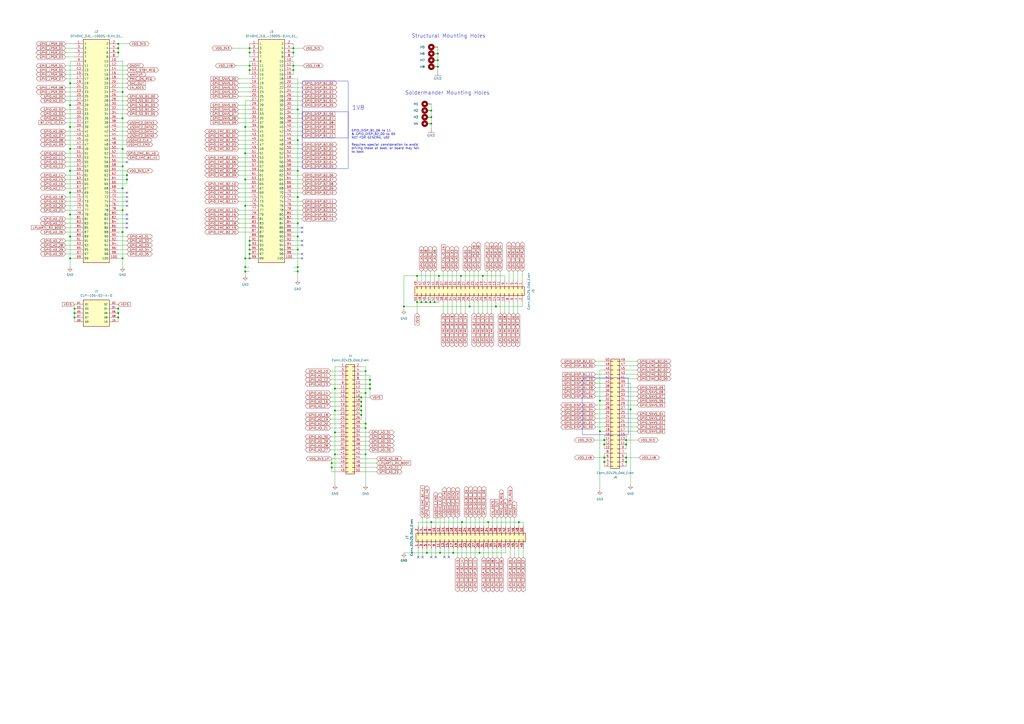
<source format=kicad_sch>
(kicad_sch (version 20231120) (generator "eeschema") (generator_version "8.0")
  (paper "A2")
  (junction (at 144.78 142.24))
  (junction (at 214.63 225.425))
  (junction (at 144.78 149.86))
  (junction (at 71.12 68.58))
  (junction (at 170.18 27.94))
  (junction (at 40.64 99.06))
  (junction (at 142.24 88.9))
  (junction (at 71.12 149.86))
  (junction (at 212.09 215.265))
  (junction (at 252.095 175.26))
  (junction (at 280.035 160.02))
  (junction (at 144.78 147.32))
  (junction (at 250.19 67.945))
  (junction (at 209.55 240.665))
  (junction (at 254 31.115))
  (junction (at 194.31 250.825))
  (junction (at 71.12 121.92))
  (junction (at 71.12 86.36))
  (junction (at 244.475 175.26))
  (junction (at 172.72 63.5))
  (junction (at 68.58 25.4))
  (junction (at 71.12 109.22))
  (junction (at 40.64 73.66))
  (junction (at 267.335 160.02))
  (junction (at 234.315 177.8))
  (junction (at 194.31 238.125))
  (junction (at 170.18 30.48))
  (junction (at 71.12 96.52))
  (junction (at 144.78 38.1))
  (junction (at 71.12 134.62))
  (junction (at 142.24 73.66))
  (junction (at 241.935 160.02))
  (junction (at 68.58 30.48))
  (junction (at 214.63 222.885))
  (junction (at 250.19 302.895))
  (junction (at 363.22 267.97))
  (junction (at 73.66 104.14))
  (junction (at 363.22 255.27))
  (junction (at 142.24 119.38))
  (junction (at 254.635 160.02))
  (junction (at 68.58 179.07))
  (junction (at 350.52 265.43))
  (junction (at 267.97 302.895))
  (junction (at 43.18 179.07))
  (junction (at 142.24 157.48))
  (junction (at 170.18 40.64))
  (junction (at 40.64 48.26))
  (junction (at 347.98 250.19))
  (junction (at 241.935 175.26))
  (junction (at 287.655 177.8))
  (junction (at 71.12 53.34))
  (junction (at 365.76 237.49))
  (junction (at 212.09 263.525))
  (junction (at 350.52 257.81))
  (junction (at 40.64 60.96))
  (junction (at 43.18 181.61))
  (junction (at 347.98 232.41))
  (junction (at 192.405 268.605))
  (junction (at 363.22 265.43))
  (junction (at 68.58 184.15))
  (junction (at 40.64 111.76))
  (junction (at 144.78 27.94))
  (junction (at 350.52 255.27))
  (junction (at 254 34.925))
  (junction (at 250.19 71.755))
  (junction (at 170.18 38.1))
  (junction (at 142.24 154.94))
  (junction (at 283.21 302.895))
  (junction (at 172.72 81.28))
  (junction (at 209.55 230.505))
  (junction (at 250.19 64.135))
  (junction (at 40.64 124.46))
  (junction (at 172.72 144.78))
  (junction (at 172.72 137.16))
  (junction (at 254 38.735))
  (junction (at 68.58 181.61))
  (junction (at 172.72 114.3))
  (junction (at 68.58 27.94))
  (junction (at 212.09 227.965))
  (junction (at 40.64 149.86))
  (junction (at 247.65 320.675))
  (junction (at 255.27 320.675))
  (junction (at 214.63 220.345))
  (junction (at 144.78 139.7))
  (junction (at 209.55 233.045))
  (junction (at 350.52 267.97))
  (junction (at 247.015 175.26))
  (junction (at 363.22 257.81))
  (junction (at 73.66 101.6))
  (junction (at 262.89 320.675))
  (junction (at 209.55 238.125))
  (junction (at 43.18 184.15))
  (junction (at 172.72 129.54))
  (junction (at 144.78 40.64))
  (junction (at 144.78 30.48))
  (junction (at 172.72 154.94))
  (junction (at 209.55 235.585))
  (junction (at 142.24 149.86))
  (junction (at 194.31 225.425))
  (junction (at 212.09 248.285))
  (junction (at 172.72 99.06))
  (junction (at 172.72 157.48))
  (junction (at 142.24 104.14))
  (junction (at 192.405 271.145))
  (junction (at 194.31 263.525))
  (junction (at 40.64 137.16))
  (junction (at 300.99 302.895))
  (junction (at 249.555 175.26))
  (junction (at 278.13 320.675))
  (junction (at 40.64 86.36))
  (junction (at 144.78 144.78))
  (junction (at 272.415 177.8))
  (junction (at 212.09 245.745))
  (no_connect (at 175.26 149.86))
  (no_connect (at 252.73 323.215))
  (no_connect (at 73.66 124.46))
  (no_connect (at 245.11 323.215))
  (no_connect (at 257.81 323.215))
  (no_connect (at 73.66 119.38))
  (no_connect (at 175.26 132.08))
  (no_connect (at 175.26 134.62))
  (no_connect (at 242.57 323.215))
  (no_connect (at 175.26 147.32))
  (no_connect (at 73.66 127))
  (no_connect (at 73.66 129.54))
  (no_connect (at 260.35 323.215))
  (no_connect (at 73.66 116.84))
  (no_connect (at 73.66 93.98))
  (no_connect (at 175.26 142.24))
  (no_connect (at 73.66 132.08))
  (no_connect (at 73.66 111.76))
  (no_connect (at 175.26 139.7))
  (no_connect (at 250.19 323.215))
  (no_connect (at 73.66 114.3))
  (wire (pts (xy 73.66 91.44) (xy 68.58 91.44)))
  (wire (pts (xy 194.31 212.725) (xy 196.85 212.725)))
  (wire (pts (xy 142.24 119.38) (xy 142.24 149.86)))
  (wire (pts (xy 170.18 25.4) (xy 170.18 27.94)))
  (wire (pts (xy 194.31 263.525) (xy 196.85 263.525)))
  (wire (pts (xy 191.77 258.445) (xy 196.85 258.445)))
  (wire (pts (xy 38.1 104.14) (xy 43.18 104.14)))
  (wire (pts (xy 73.66 104.14) (xy 73.66 106.68)))
  (wire (pts (xy 144.78 139.7) (xy 144.78 142.24)))
  (wire (pts (xy 290.195 157.48) (xy 290.195 162.56)))
  (wire (pts (xy 43.18 35.56) (xy 40.64 35.56)))
  (wire (pts (xy 212.09 215.265) (xy 212.09 227.965)))
  (wire (pts (xy 192.405 268.605) (xy 192.405 271.145)))
  (wire (pts (xy 71.12 35.56) (xy 71.12 53.34)))
  (wire (pts (xy 241.935 175.26) (xy 244.475 175.26)))
  (wire (pts (xy 172.72 144.78) (xy 172.72 154.94)))
  (wire (pts (xy 144.78 157.48) (xy 142.24 157.48)))
  (wire (pts (xy 40.64 99.06) (xy 43.18 99.06)))
  (wire (pts (xy 142.24 149.86) (xy 142.24 154.94)))
  (wire (pts (xy 40.64 137.16) (xy 40.64 149.86)))
  (wire (pts (xy 172.72 63.5) (xy 172.72 81.28)))
  (wire (pts (xy 254 27.305) (xy 254 31.115)))
  (wire (pts (xy 214.63 225.425) (xy 209.55 225.425)))
  (wire (pts (xy 172.72 129.54) (xy 172.72 137.16)))
  (wire (pts (xy 252.095 175.26) (xy 254.635 175.26)))
  (wire (pts (xy 285.75 323.215) (xy 285.75 318.135)))
  (wire (pts (xy 363.22 262.89) (xy 363.22 265.43)))
  (wire (pts (xy 213.995 260.985) (xy 209.55 260.985)))
  (wire (pts (xy 350.52 260.35) (xy 350.52 257.81)))
  (wire (pts (xy 38.1 139.7) (xy 43.18 139.7)))
  (wire (pts (xy 73.66 81.28) (xy 68.58 81.28)))
  (wire (pts (xy 38.1 27.94) (xy 43.18 27.94)))
  (wire (pts (xy 363.22 265.43) (xy 363.22 267.97)))
  (wire (pts (xy 138.43 63.5) (xy 144.78 63.5)))
  (wire (pts (xy 68.58 27.94) (xy 68.58 30.48)))
  (wire (pts (xy 269.875 181.61) (xy 269.875 175.26)))
  (wire (pts (xy 71.12 121.92) (xy 71.12 134.62)))
  (wire (pts (xy 254 34.925) (xy 254 38.735)))
  (wire (pts (xy 257.81 300.355) (xy 257.81 305.435)))
  (wire (pts (xy 297.815 157.48) (xy 297.815 162.56)))
  (wire (pts (xy 38.1 53.34) (xy 43.18 53.34)))
  (wire (pts (xy 68.58 35.56) (xy 71.12 35.56)))
  (wire (pts (xy 73.66 78.74) (xy 68.58 78.74)))
  (wire (pts (xy 259.715 157.48) (xy 259.715 162.56)))
  (wire (pts (xy 345.44 219.71) (xy 350.52 219.71)))
  (wire (pts (xy 175.26 109.22) (xy 170.18 109.22)))
  (wire (pts (xy 292.735 181.61) (xy 292.735 175.26)))
  (wire (pts (xy 302.895 157.48) (xy 302.895 162.56)))
  (wire (pts (xy 170.18 27.94) (xy 170.18 30.48)))
  (wire (pts (xy 73.66 127) (xy 68.58 127)))
  (wire (pts (xy 138.43 93.98) (xy 144.78 93.98)))
  (wire (pts (xy 194.31 250.825) (xy 196.85 250.825)))
  (wire (pts (xy 38.1 91.44) (xy 43.18 91.44)))
  (wire (pts (xy 73.66 63.5) (xy 68.58 63.5)))
  (wire (pts (xy 175.26 111.76) (xy 170.18 111.76)))
  (wire (pts (xy 280.035 181.61) (xy 280.035 175.26)))
  (wire (pts (xy 138.43 83.82) (xy 144.78 83.82)))
  (wire (pts (xy 43.18 181.61) (xy 43.18 184.15)))
  (wire (pts (xy 175.26 116.84) (xy 170.18 116.84)))
  (wire (pts (xy 175.26 60.96) (xy 170.18 60.96)))
  (wire (pts (xy 38.1 93.98) (xy 43.18 93.98)))
  (wire (pts (xy 40.64 149.86) (xy 43.18 149.86)))
  (wire (pts (xy 287.655 177.8) (xy 272.415 177.8)))
  (wire (pts (xy 293.37 318.135) (xy 293.37 320.675)))
  (wire (pts (xy 68.58 53.34) (xy 71.12 53.34)))
  (wire (pts (xy 38.1 116.84) (xy 43.18 116.84)))
  (wire (pts (xy 191.77 222.885) (xy 196.85 222.885)))
  (wire (pts (xy 38.1 121.92) (xy 43.18 121.92)))
  (wire (pts (xy 144.78 137.16) (xy 144.78 139.7)))
  (wire (pts (xy 255.27 320.675) (xy 247.65 320.675)))
  (wire (pts (xy 170.18 99.06) (xy 172.72 99.06)))
  (wire (pts (xy 73.66 43.18) (xy 68.58 43.18)))
  (wire (pts (xy 172.72 81.28) (xy 172.72 99.06)))
  (wire (pts (xy 38.1 55.88) (xy 43.18 55.88)))
  (wire (pts (xy 144.78 147.32) (xy 144.78 149.86)))
  (wire (pts (xy 257.175 157.48) (xy 257.175 162.56)))
  (wire (pts (xy 254.635 160.02) (xy 254.635 162.56)))
  (wire (pts (xy 170.18 144.78) (xy 172.72 144.78)))
  (wire (pts (xy 265.43 323.215) (xy 265.43 318.135)))
  (wire (pts (xy 265.43 300.355) (xy 265.43 305.435)))
  (wire (pts (xy 175.26 76.2) (xy 170.18 76.2)))
  (wire (pts (xy 345.44 234.95) (xy 350.52 234.95)))
  (wire (pts (xy 345.44 229.87) (xy 350.52 229.87)))
  (wire (pts (xy 280.035 160.02) (xy 267.335 160.02)))
  (wire (pts (xy 214.63 220.345) (xy 214.63 222.885)))
  (wire (pts (xy 142.24 119.38) (xy 144.78 119.38)))
  (wire (pts (xy 38.1 30.48) (xy 43.18 30.48)))
  (wire (pts (xy 175.26 55.88) (xy 170.18 55.88)))
  (wire (pts (xy 344.805 265.43) (xy 350.52 265.43)))
  (wire (pts (xy 191.77 230.505) (xy 196.85 230.505)))
  (wire (pts (xy 170.18 114.3) (xy 172.72 114.3)))
  (wire (pts (xy 191.77 217.805) (xy 196.85 217.805)))
  (wire (pts (xy 369.57 242.57) (xy 363.22 242.57)))
  (wire (pts (xy 209.55 227.965) (xy 212.09 227.965)))
  (wire (pts (xy 295.91 323.215) (xy 295.91 318.135)))
  (wire (pts (xy 73.66 106.68) (xy 68.58 106.68)))
  (wire (pts (xy 267.97 302.895) (xy 250.19 302.895)))
  (wire (pts (xy 170.18 38.1) (xy 175.895 38.1)))
  (wire (pts (xy 347.98 232.41) (xy 347.98 214.63)))
  (wire (pts (xy 40.64 137.16) (xy 43.18 137.16)))
  (wire (pts (xy 264.795 157.48) (xy 264.795 162.56)))
  (wire (pts (xy 209.55 263.525) (xy 212.09 263.525)))
  (wire (pts (xy 249.555 157.48) (xy 249.555 162.56)))
  (wire (pts (xy 142.24 154.94) (xy 144.78 154.94)))
  (wire (pts (xy 303.53 302.895) (xy 300.99 302.895)))
  (wire (pts (xy 73.66 104.14) (xy 68.58 104.14)))
  (wire (pts (xy 38.1 127) (xy 43.18 127)))
  (wire (pts (xy 209.55 240.665) (xy 209.55 243.205)))
  (wire (pts (xy 278.13 318.135) (xy 278.13 320.675)))
  (wire (pts (xy 138.43 132.08) (xy 144.78 132.08)))
  (wire (pts (xy 170.18 142.24) (xy 175.26 142.24)))
  (wire (pts (xy 287.655 157.48) (xy 287.655 162.56)))
  (wire (pts (xy 38.1 50.8) (xy 43.18 50.8)))
  (wire (pts (xy 73.66 137.16) (xy 68.58 137.16)))
  (wire (pts (xy 38.1 83.82) (xy 43.18 83.82)))
  (wire (pts (xy 68.58 181.61) (xy 68.58 184.15)))
  (wire (pts (xy 369.57 219.71) (xy 363.22 219.71)))
  (wire (pts (xy 138.43 121.92) (xy 144.78 121.92)))
  (wire (pts (xy 43.18 60.96) (xy 40.64 60.96)))
  (wire (pts (xy 300.355 157.48) (xy 300.355 162.56)))
  (wire (pts (xy 175.26 73.66) (xy 170.18 73.66)))
  (wire (pts (xy 38.1 25.4) (xy 43.18 25.4)))
  (wire (pts (xy 254 38.735) (xy 254 41.275)))
  (wire (pts (xy 280.035 162.56) (xy 280.035 160.02)))
  (wire (pts (xy 38.1 78.74) (xy 43.18 78.74)))
  (wire (pts (xy 192.405 271.145) (xy 192.405 273.685)))
  (wire (pts (xy 68.58 50.8) (xy 73.66 50.8)))
  (wire (pts (xy 71.12 96.52) (xy 71.12 109.22)))
  (wire (pts (xy 213.995 255.905) (xy 209.55 255.905)))
  (wire (pts (xy 290.195 181.61) (xy 290.195 175.26)))
  (wire (pts (xy 175.26 48.26) (xy 170.18 48.26)))
  (wire (pts (xy 290.83 323.215) (xy 290.83 318.135)))
  (wire (pts (xy 38.1 106.68) (xy 43.18 106.68)))
  (wire (pts (xy 73.66 45.72) (xy 68.58 45.72)))
  (wire (pts (xy 40.64 73.66) (xy 43.18 73.66)))
  (wire (pts (xy 38.1 88.9) (xy 43.18 88.9)))
  (wire (pts (xy 214.63 217.805) (xy 209.55 217.805)))
  (wire (pts (xy 191.77 248.285) (xy 196.85 248.285)))
  (wire (pts (xy 40.64 111.76) (xy 43.18 111.76)))
  (wire (pts (xy 73.66 119.38) (xy 68.58 119.38)))
  (wire (pts (xy 170.18 139.7) (xy 175.26 139.7)))
  (wire (pts (xy 234.315 177.8) (xy 272.415 177.8)))
  (wire (pts (xy 138.43 55.88) (xy 144.78 55.88)))
  (wire (pts (xy 68.58 184.15) (xy 68.58 186.69)))
  (wire (pts (xy 369.57 209.55) (xy 363.22 209.55)))
  (wire (pts (xy 191.77 227.965) (xy 196.85 227.965)))
  (wire (pts (xy 259.715 181.61) (xy 259.715 175.26)))
  (wire (pts (xy 260.35 300.355) (xy 260.35 305.435)))
  (wire (pts (xy 192.405 266.065) (xy 192.405 268.605)))
  (wire (pts (xy 71.12 53.34) (xy 71.12 68.58)))
  (wire (pts (xy 40.64 111.76) (xy 40.64 124.46)))
  (wire (pts (xy 138.43 86.36) (xy 144.78 86.36)))
  (wire (pts (xy 138.43 76.2) (xy 144.78 76.2)))
  (wire (pts (xy 138.43 111.76) (xy 144.78 111.76)))
  (wire (pts (xy 138.43 53.34) (xy 144.78 53.34)))
  (wire (pts (xy 73.66 71.12) (xy 68.58 71.12)))
  (wire (pts (xy 365.76 222.25) (xy 363.22 222.25)))
  (wire (pts (xy 68.58 121.92) (xy 71.12 121.92)))
  (wire (pts (xy 303.53 323.215) (xy 303.53 318.135)))
  (wire (pts (xy 191.77 245.745) (xy 196.85 245.745)))
  (wire (pts (xy 170.18 45.72) (xy 172.72 45.72)))
  (wire (pts (xy 300.99 302.895) (xy 283.21 302.895)))
  (wire (pts (xy 68.58 149.86) (xy 71.12 149.86)))
  (wire (pts (xy 170.18 147.32) (xy 175.26 147.32)))
  (wire (pts (xy 214.63 217.805) (xy 214.63 220.345)))
  (wire (pts (xy 300.99 323.215) (xy 300.99 318.135)))
  (wire (pts (xy 142.24 154.94) (xy 142.24 157.48)))
  (wire (pts (xy 254 31.115) (xy 254 34.925)))
  (wire (pts (xy 68.58 66.04) (xy 73.66 66.04)))
  (wire (pts (xy 40.64 73.66) (xy 40.64 86.36)))
  (wire (pts (xy 73.66 129.54) (xy 68.58 129.54)))
  (wire (pts (xy 68.58 134.62) (xy 71.12 134.62)))
  (wire (pts (xy 369.57 224.79) (xy 363.22 224.79)))
  (wire (pts (xy 40.64 124.46) (xy 40.64 137.16)))
  (wire (pts (xy 247.65 318.135) (xy 247.65 320.675)))
  (wire (pts (xy 38.1 66.04) (xy 43.18 66.04)))
  (wire (pts (xy 175.26 66.04) (xy 170.18 66.04)))
  (wire (pts (xy 369.57 212.09) (xy 363.22 212.09)))
  (wire (pts (xy 282.575 157.48) (xy 282.575 162.56)))
  (wire (pts (xy 175.895 27.94) (xy 170.18 27.94)))
  (wire (pts (xy 250.19 71.755) (xy 250.19 74.295)))
  (wire (pts (xy 138.43 91.44) (xy 144.78 91.44)))
  (wire (pts (xy 350.52 252.73) (xy 350.52 255.27)))
  (wire (pts (xy 283.21 302.895) (xy 267.97 302.895)))
  (wire (pts (xy 285.115 181.61) (xy 285.115 175.26)))
  (wire (pts (xy 293.37 300.355) (xy 293.37 305.435)))
  (wire (pts (xy 144.78 27.94) (xy 144.78 30.48)))
  (wire (pts (xy 138.43 106.68) (xy 144.78 106.68)))
  (wire (pts (xy 267.335 160.02) (xy 254.635 160.02)))
  (wire (pts (xy 295.91 300.355) (xy 295.91 305.435)))
  (wire (pts (xy 175.26 96.52) (xy 170.18 96.52)))
  (wire (pts (xy 138.43 109.22) (xy 144.78 109.22)))
  (wire (pts (xy 218.44 273.685) (xy 209.55 273.685)))
  (wire (pts (xy 191.77 240.665) (xy 196.85 240.665)))
  (wire (pts (xy 298.45 300.355) (xy 298.45 305.435)))
  (wire (pts (xy 283.21 323.215) (xy 283.21 318.135)))
  (wire (pts (xy 172.72 114.3) (xy 172.72 129.54)))
  (wire (pts (xy 175.26 91.44) (xy 170.18 91.44)))
  (wire (pts (xy 175.26 50.8) (xy 170.18 50.8)))
  (wire (pts (xy 68.58 179.07) (xy 68.58 181.61)))
  (wire (pts (xy 142.24 149.86) (xy 144.78 149.86)))
  (wire (pts (xy 172.72 157.48) (xy 172.72 162.56)))
  (wire (pts (xy 73.66 88.9) (xy 68.58 88.9)))
  (wire (pts (xy 191.77 233.045) (xy 196.85 233.045)))
  (wire (pts (xy 38.1 40.64) (xy 43.18 40.64)))
  (wire (pts (xy 350.52 250.19) (xy 347.98 250.19)))
  (wire (pts (xy 138.43 45.72) (xy 144.78 45.72)))
  (wire (pts (xy 73.66 142.24) (xy 68.58 142.24)))
  (wire (pts (xy 38.1 81.28) (xy 43.18 81.28)))
  (wire (pts (xy 194.31 225.425) (xy 194.31 238.125)))
  (wire (pts (xy 262.89 320.675) (xy 255.27 320.675)))
  (wire (pts (xy 68.58 25.4) (xy 74.93 25.4)))
  (wire (pts (xy 194.31 238.125) (xy 194.31 250.825)))
  (wire (pts (xy 345.44 240.03) (xy 350.52 240.03)))
  (wire (pts (xy 209.55 230.505) (xy 214.63 230.505)))
  (wire (pts (xy 300.355 181.61) (xy 300.355 175.26)))
  (wire (pts (xy 194.31 250.825) (xy 194.31 263.525)))
  (wire (pts (xy 73.66 73.66) (xy 68.58 73.66)))
  (wire (pts (xy 209.55 250.825) (xy 213.995 250.825)))
  (wire (pts (xy 262.255 181.61) (xy 262.255 175.26)))
  (wire (pts (xy 267.97 323.215) (xy 267.97 318.135)))
  (wire (pts (xy 73.66 101.6) (xy 73.66 104.14)))
  (wire (pts (xy 43.18 48.26) (xy 40.64 48.26)))
  (wire (pts (xy 38.1 43.18) (xy 43.18 43.18)))
  (wire (pts (xy 270.51 305.435) (xy 270.51 300.355)))
  (wire (pts (xy 300.99 305.435) (xy 300.99 302.895)))
  (wire (pts (xy 363.22 255.27) (xy 363.22 257.81)))
  (wire (pts (xy 262.89 300.355) (xy 262.89 305.435)))
  (wire (pts (xy 345.44 217.17) (xy 350.52 217.17)))
  (wire (pts (xy 73.66 60.96) (xy 68.58 60.96)))
  (wire (pts (xy 292.735 160.02) (xy 280.035 160.02)))
  (wire (pts (xy 209.55 230.505) (xy 204.47 230.505)))
  (wire (pts (xy 191.77 235.585) (xy 196.85 235.585)))
  (wire (pts (xy 234.315 179.705) (xy 234.315 177.8)))
  (wire (pts (xy 73.66 132.08) (xy 68.58 132.08)))
  (wire (pts (xy 244.475 157.48) (xy 244.475 162.56)))
  (wire (pts (xy 255.27 300.355) (xy 255.27 305.435)))
  (wire (pts (xy 40.64 99.06) (xy 40.64 111.76)))
  (wire (pts (xy 365.76 237.49) (xy 365.76 281.305)))
  (wire (pts (xy 345.44 227.33) (xy 350.52 227.33)))
  (wire (pts (xy 144.78 58.42) (xy 142.24 58.42)))
  (wire (pts (xy 267.335 181.61) (xy 267.335 175.26)))
  (wire (pts (xy 275.59 300.355) (xy 275.59 305.435)))
  (wire (pts (xy 175.26 93.98) (xy 170.18 93.98)))
  (wire (pts (xy 244.475 175.26) (xy 247.015 175.26)))
  (wire (pts (xy 277.495 157.48) (xy 277.495 162.56)))
  (wire (pts (xy 280.67 323.215) (xy 280.67 318.135)))
  (wire (pts (xy 252.73 318.135) (xy 252.73 323.215)))
  (wire (pts (xy 288.29 300.355) (xy 288.29 305.435)))
  (wire (pts (xy 138.43 48.26) (xy 144.78 48.26)))
  (wire (pts (xy 245.11 318.135) (xy 245.11 323.215)))
  (wire (pts (xy 170.18 38.1) (xy 170.18 40.64)))
  (wire (pts (xy 170.18 149.86) (xy 175.26 149.86)))
  (wire (pts (xy 209.55 248.285) (xy 212.09 248.285)))
  (wire (pts (xy 138.43 116.84) (xy 144.78 116.84)))
  (wire (pts (xy 254.635 160.02) (xy 241.935 160.02)))
  (wire (pts (xy 144.78 144.78) (xy 144.78 147.32)))
  (wire (pts (xy 138.43 78.74) (xy 144.78 78.74)))
  (wire (pts (xy 209.55 245.745) (xy 212.09 245.745)))
  (wire (pts (xy 170.18 129.54) (xy 172.72 129.54)))
  (wire (pts (xy 40.64 35.56) (xy 40.64 48.26)))
  (wire (pts (xy 71.12 134.62) (xy 71.12 149.86)))
  (wire (pts (xy 264.795 181.61) (xy 264.795 175.26)))
  (wire (pts (xy 138.43 127) (xy 144.78 127)))
  (wire (pts (xy 71.12 68.58) (xy 71.12 86.36)))
  (wire (pts (xy 274.955 181.61) (xy 274.955 175.26)))
  (wire (pts (xy 345.44 237.49) (xy 350.52 237.49)))
  (wire (pts (xy 138.43 96.52) (xy 144.78 96.52)))
  (wire (pts (xy 43.18 179.07) (xy 43.18 181.61)))
  (wire (pts (xy 73.66 99.06) (xy 68.58 99.06)))
  (wire (pts (xy 363.22 252.73) (xy 363.22 255.27)))
  (wire (pts (xy 250.19 67.945) (xy 250.19 71.755)))
  (wire (pts (xy 257.175 181.61) (xy 257.175 175.26)))
  (wire (pts (xy 196.85 271.145) (xy 192.405 271.145)))
  (wire (pts (xy 196.85 268.605) (xy 192.405 268.605)))
  (wire (pts (xy 196.85 266.065) (xy 192.405 266.065)))
  (wire (pts (xy 170.18 81.28) (xy 172.72 81.28)))
  (wire (pts (xy 369.57 214.63) (xy 363.22 214.63)))
  (wire (pts (xy 170.18 63.5) (xy 172.72 63.5)))
  (wire (pts (xy 73.66 99.06) (xy 73.66 101.6)))
  (wire (pts (xy 344.805 255.27) (xy 350.52 255.27)))
  (wire (pts (xy 38.1 71.12) (xy 43.18 71.12)))
  (wire (pts (xy 278.13 300.355) (xy 278.13 305.435)))
  (wire (pts (xy 350.52 214.63) (xy 347.98 214.63)))
  (wire (pts (xy 285.75 305.435) (xy 285.75 300.355)))
  (wire (pts (xy 275.59 323.215) (xy 275.59 318.135)))
  (wire (pts (xy 212.09 245.745) (xy 212.09 248.285)))
  (wire (pts (xy 144.78 35.56) (xy 144.78 38.1)))
  (wire (pts (xy 40.64 48.26) (xy 40.64 60.96)))
  (wire (pts (xy 267.97 305.435) (xy 267.97 302.895)))
  (wire (pts (xy 273.05 300.355) (xy 273.05 305.435)))
  (wire (pts (xy 369.57 245.11) (xy 363.22 245.11)))
  (wire (pts (xy 241.935 160.02) (xy 241.935 162.56)))
  (wire (pts (xy 175.26 53.34) (xy 170.18 53.34)))
  (wire (pts (xy 40.64 60.96) (xy 40.64 73.66)))
  (wire (pts (xy 350.52 267.97) (xy 350.52 270.51)))
  (wire (pts (xy 250.19 318.135) (xy 250.19 323.215)))
  (wire (pts (xy 277.495 181.61) (xy 277.495 175.26)))
  (wire (pts (xy 73.66 111.76) (xy 68.58 111.76)))
  (wire (pts (xy 38.1 101.6) (xy 43.18 101.6)))
  (wire (pts (xy 172.72 45.72) (xy 172.72 63.5)))
  (wire (pts (xy 345.44 245.11) (xy 350.52 245.11)))
  (wire (pts (xy 350.52 257.81) (xy 350.52 255.27)))
  (wire (pts (xy 73.66 144.78) (xy 68.58 144.78)))
  (wire (pts (xy 144.78 30.48) (xy 144.78 33.02)))
  (wire (pts (xy 247.015 175.26) (xy 249.555 175.26)))
  (wire (pts (xy 73.66 58.42) (xy 68.58 58.42)))
  (wire (pts (xy 218.44 268.605) (xy 209.55 268.605)))
  (wire (pts (xy 350.52 232.41) (xy 347.98 232.41)))
  (wire (pts (xy 138.43 101.6) (xy 144.78 101.6)))
  (wire (pts (xy 144.78 104.14) (xy 142.24 104.14)))
  (wire (pts (xy 242.57 318.135) (xy 242.57 323.215)))
  (wire (pts (xy 136.525 38.1) (xy 144.78 38.1)))
  (wire (pts (xy 38.1 68.58) (xy 43.18 68.58)))
  (wire (pts (xy 142.24 104.14) (xy 142.24 119.38)))
  (wire (pts (xy 191.77 215.265) (xy 196.85 215.265)))
  (wire (pts (xy 175.26 71.12) (xy 170.18 71.12)))
  (wire (pts (xy 345.44 247.65) (xy 350.52 247.65)))
  (wire (pts (xy 68.58 30.48) (xy 68.58 33.02)))
  (wire (pts (xy 255.27 318.135) (xy 255.27 320.675)))
  (wire (pts (xy 212.09 263.525) (xy 212.09 281.305)))
  (wire (pts (xy 73.66 114.3) (xy 68.58 114.3)))
  (wire (pts (xy 138.43 134.62) (xy 144.78 134.62)))
  (wire (pts (xy 292.735 162.56) (xy 292.735 160.02)))
  (wire (pts (xy 144.78 142.24) (xy 144.78 144.78)))
  (wire (pts (xy 40.64 86.36) (xy 43.18 86.36)))
  (wire (pts (xy 138.43 60.96) (xy 144.78 60.96)))
  (wire (pts (xy 170.18 30.48) (xy 170.18 33.02)))
  (wire (pts (xy 194.31 238.125) (xy 196.85 238.125)))
  (wire (pts (xy 345.44 242.57) (xy 350.52 242.57)))
  (wire (pts (xy 303.53 305.435) (xy 303.53 302.895)))
  (wire (pts (xy 38.1 96.52) (xy 43.18 96.52)))
  (wire (pts (xy 250.19 305.435) (xy 250.19 302.895)))
  (wire (pts (xy 234.315 320.675) (xy 247.65 320.675)))
  (wire (pts (xy 194.31 225.425) (xy 196.85 225.425)))
  (wire (pts (xy 302.895 177.8) (xy 302.895 175.26)))
  (wire (pts (xy 138.43 99.06) (xy 144.78 99.06)))
  (wire (pts (xy 73.66 139.7) (xy 68.58 139.7)))
  (wire (pts (xy 213.995 258.445) (xy 209.55 258.445)))
  (wire (pts (xy 138.43 71.12) (xy 144.78 71.12)))
  (wire (pts (xy 138.43 66.04) (xy 144.78 66.04)))
  (wire (pts (xy 285.115 157.48) (xy 285.115 162.56)))
  (wire (pts (xy 175.26 101.6) (xy 170.18 101.6)))
  (wire (pts (xy 71.12 109.22) (xy 71.12 121.92)))
  (wire (pts (xy 298.45 323.215) (xy 298.45 318.135)))
  (wire (pts (xy 138.43 129.54) (xy 144.78 129.54)))
  (wire (pts (xy 262.89 318.135) (xy 262.89 320.675)))
  (wire (pts (xy 242.57 302.895) (xy 250.19 302.895)))
  (wire (pts (xy 68.58 96.52) (xy 71.12 96.52)))
  (wire (pts (xy 68.58 109.22) (xy 71.12 109.22)))
  (wire (pts (xy 73.66 93.98) (xy 68.58 93.98)))
  (wire (pts (xy 260.35 318.135) (xy 260.35 323.215)))
  (wire (pts (xy 175.26 104.14) (xy 170.18 104.14)))
  (wire (pts (xy 250.19 64.135) (xy 250.19 67.945)))
  (wire (pts (xy 175.26 106.68) (xy 170.18 106.68)))
  (wire (pts (xy 209.55 230.505) (xy 209.55 233.045)))
  (wire (pts (xy 245.11 300.355) (xy 245.11 305.435)))
  (wire (pts (xy 38.1 58.42) (xy 43.18 58.42)))
  (wire (pts (xy 290.83 300.355) (xy 290.83 305.435)))
  (wire (pts (xy 191.77 253.365) (xy 196.85 253.365)))
  (wire (pts (xy 175.26 83.82) (xy 170.18 83.82)))
  (wire (pts (xy 38.1 132.08) (xy 43.18 132.08)))
  (wire (pts (xy 370.205 255.27) (xy 363.22 255.27)))
  (wire (pts (xy 138.43 50.8) (xy 144.78 50.8)))
  (wire (pts (xy 142.24 73.66) (xy 142.24 88.9)))
  (wire (pts (xy 138.43 68.58) (xy 144.78 68.58)))
  (wire (pts (xy 73.66 38.1) (xy 68.58 38.1)))
  (wire (pts (xy 71.12 149.86) (xy 71.12 154.94)))
  (wire (pts (xy 43.18 176.53) (xy 43.18 179.07)))
  (wire (pts (xy 40.64 149.86) (xy 40.64 154.94)))
  (wire (pts (xy 38.1 33.02) (xy 43.18 33.02)))
  (wire (pts (xy 214.63 225.425) (xy 214.63 230.505)))
  (wire (pts (xy 214.63 222.885) (xy 209.55 222.885)))
  (wire (pts (xy 370.84 265.43) (xy 363.22 265.43)))
  (wire (pts (xy 209.55 215.265) (xy 212.09 215.265)))
  (wire (pts (xy 345.44 224.79) (xy 350.52 224.79)))
  (wire (pts (xy 142.24 157.48) (xy 142.24 160.02)))
  (wire (pts (xy 214.63 220.345) (xy 209.55 220.345)))
  (wire (pts (xy 267.335 162.56) (xy 267.335 160.02)))
  (wire (pts (xy 369.57 227.33) (xy 363.22 227.33)))
  (wire (pts (xy 73.66 124.46) (xy 68.58 124.46)))
  (wire (pts (xy 170.18 134.62) (xy 175.26 134.62)))
  (wire (pts (xy 38.1 129.54) (xy 43.18 129.54)))
  (wire (pts (xy 293.37 320.675) (xy 278.13 320.675)))
  (wire (pts (xy 142.24 88.9) (xy 144.78 88.9)))
  (wire (pts (xy 278.13 320.675) (xy 262.89 320.675)))
  (wire (pts (xy 369.57 247.65) (xy 363.22 247.65)))
  (wire (pts (xy 172.72 154.94) (xy 172.72 157.48)))
  (wire (pts (xy 68.58 25.4) (xy 68.58 27.94)))
  (wire (pts (xy 262.255 157.48) (xy 262.255 162.56)))
  (wire (pts (xy 257.81 318.135) (xy 257.81 323.215)))
  (wire (pts (xy 191.77 220.345) (xy 196.85 220.345)))
  (wire (pts (xy 138.43 114.3) (xy 144.78 114.3)))
  (wire (pts (xy 250.19 60.325) (xy 250.19 64.135)))
  (wire (pts (xy 43.18 184.15) (xy 43.18 186.69)))
  (wire (pts (xy 38.1 147.32) (xy 43.18 147.32)))
  (wire (pts (xy 288.29 323.215) (xy 288.29 318.135)))
  (wire (pts (xy 175.26 68.58) (xy 170.18 68.58)))
  (wire (pts (xy 73.66 116.84) (xy 68.58 116.84)))
  (wire (pts (xy 73.66 40.64) (xy 68.58 40.64)))
  (wire (pts (xy 247.65 300.355) (xy 247.65 305.435)))
  (wire (pts (xy 144.78 40.64) (xy 144.78 43.18)))
  (wire (pts (xy 68.58 83.82) (xy 73.66 83.82)))
  (wire (pts (xy 369.57 240.03) (xy 363.22 240.03)))
  (wire (pts (xy 38.1 134.62) (xy 43.18 134.62)))
  (wire (pts (xy 191.77 260.985) (xy 196.85 260.985)))
  (wire (pts (xy 38.1 76.2) (xy 43.18 76.2)))
  (wire (pts (xy 71.12 86.36) (xy 71.12 96.52)))
  (wire (pts (xy 273.05 323.215) (xy 273.05 318.135)))
  (wire (pts (xy 175.26 78.74) (xy 170.18 78.74)))
  (wire (pts (xy 270.51 323.215) (xy 270.51 318.135)))
  (wire (pts (xy 249.555 175.26) (xy 252.095 175.26)))
  (wire (pts (xy 73.66 48.26) (xy 68.58 48.26)))
  (wire (pts (xy 369.57 234.95) (xy 363.22 234.95)))
  (wire (pts (xy 214.63 222.885) (xy 214.63 225.425)))
  (wire (pts (xy 144.78 25.4) (xy 144.78 27.94)))
  (wire (pts (xy 209.55 212.725) (xy 212.09 212.725)))
  (wire (pts (xy 345.44 209.55) (xy 350.52 209.55)))
  (wire (pts (xy 170.18 40.64) (xy 170.18 43.18)))
  (wire (pts (xy 365.76 237.49) (xy 365.76 222.25)))
  (wire (pts (xy 172.72 99.06) (xy 172.72 114.3)))
  (wire (pts (xy 196.85 273.685) (xy 192.405 273.685)))
  (wire (pts (xy 170.18 137.16) (xy 172.72 137.16)))
  (wire (pts (xy 38.1 109.22) (xy 43.18 109.22)))
  (wire (pts (xy 252.73 305.435) (xy 252.73 300.355)))
  (wire (pts (xy 234.315 160.02) (xy 241.935 160.02)))
  (wire (pts (xy 38.1 63.5) (xy 43.18 63.5)))
  (wire (pts (xy 274.955 157.48) (xy 274.955 162.56)))
  (wire (pts (xy 369.57 232.41) (xy 363.22 232.41)))
  (wire (pts (xy 170.18 35.56) (xy 170.18 38.1)))
  (wire (pts (xy 172.72 137.16) (xy 172.72 144.78)))
  (wire (pts (xy 345.44 222.25) (xy 350.52 222.25)))
  (wire (pts (xy 138.43 81.28) (xy 144.78 81.28)))
  (wire (pts (xy 191.77 243.205) (xy 196.85 243.205)))
  (wire (pts (xy 175.26 121.92) (xy 170.18 121.92)))
  (wire (pts (xy 194.31 212.725) (xy 194.31 225.425)))
  (wire (pts (xy 242.57 302.895) (xy 242.57 305.435)))
  (wire (pts (xy 191.77 255.905) (xy 196.85 255.905)))
  (wire (pts (xy 142.24 73.66) (xy 144.78 73.66)))
  (wire (pts (xy 38.1 142.24) (xy 43.18 142.24)))
  (wire (pts (xy 350.52 265.43) (xy 350.52 262.89)))
  (wire (pts (xy 209.55 235.585) (xy 209.55 238.125)))
  (wire (pts (xy 280.67 300.355) (xy 280.67 305.435)))
  (wire (pts (xy 218.44 271.145) (xy 209.55 271.145)))
  (wire (pts (xy 142.24 88.9) (xy 142.24 104.14)))
  (wire (pts (xy 252.095 157.48) (xy 252.095 162.56)))
  (wire (pts (xy 302.895 177.8) (xy 287.655 177.8)))
  (wire (pts (xy 68.58 86.36) (xy 71.12 86.36)))
  (wire (pts (xy 347.98 250.19) (xy 347.98 284.48)))
  (wire (pts (xy 363.22 237.49) (xy 365.76 237.49)))
  (wire (pts (xy 269.875 157.48) (xy 269.875 162.56)))
  (wire (pts (xy 234.315 160.02) (xy 234.315 177.8)))
  (wire (pts (xy 172.72 157.48) (xy 170.18 157.48)))
  (wire (pts (xy 209.55 238.125) (xy 209.55 240.665)))
  (wire (pts (xy 170.18 132.08) (xy 175.26 132.08)))
  (wire (pts (xy 175.26 58.42) (xy 170.18 58.42)))
  (wire (pts (xy 369.57 250.19) (xy 363.22 250.19)))
  (wire (pts (xy 194.31 263.525) (xy 194.31 281.305)))
  (wire (pts (xy 172.72 154.94) (xy 170.18 154.94)))
  (wire (pts (xy 38.1 119.38) (xy 43.18 119.38)))
  (wire (pts (xy 68.58 68.58) (xy 71.12 68.58)))
  (wire (pts (xy 272.415 177.8) (xy 272.415 175.26)))
  (wire (pts (xy 247.015 157.48) (xy 247.015 162.56)))
  (wire (pts (xy 68.58 176.53) (xy 68.58 179.07)))
  (wire (pts (xy 144.78 38.1) (xy 144.78 40.64)))
  (wire (pts (xy 142.24 58.42) (xy 142.24 73.66)))
  (wire (pts (xy 38.1 45.72) (xy 43.18 45.72)))
  (wire (pts (xy 73.66 147.32) (xy 68.58 147.32)))
  (wire (pts (xy 38.1 144.78) (xy 43.18 144.78)))
  (wire (pts (xy 134.62 27.94) (xy 144.78 27.94)))
  (wire (pts (xy 209.55 233.045) (xy 209.55 235.585)))
  (wire (pts (xy 212.09 227.965) (xy 212.09 245.745)))
  (wire (pts (xy 38.1 38.1) (xy 43.18 38.1)))
  (wire (pts (xy 295.275 181.61) (xy 295.275 175.26)))
  (wire (pts (xy 218.44 266.065) (xy 209.55 266.065)))
  (wire (pts (xy 369.57 217.17) (xy 363.22 217.17)))
  (wire (pts (xy 73.66 76.2) (xy 68.58 76.2)))
  (wire (pts (xy 138.43 124.46) (xy 144.78 124.46)))
  (wire (pts (xy 175.26 127) (xy 170.18 127)))
  (wire (pts (xy 212.09 212.725) (xy 212.09 215.265)))
  (wire (pts (xy 287.655 175.26) (xy 287.655 177.8)))
  (wire (pts (xy 38.1 114.3) (xy 43.18 114.3)))
  (wire (pts (xy 175.26 86.36) (xy 170.18 86.36)))
  (wire (pts (xy 283.21 305.435) (xy 283.21 302.895)))
  (wire (pts (xy 209.55 253.365) (xy 213.995 253.365)))
  (wire (pts (xy 40.64 124.46) (xy 43.18 124.46)))
  (wire (pts (xy 297.815 181.61) (xy 297.815 175.26)))
  (wire (pts (xy 73.66 55.88) (xy 68.58 55.88)))
  (wire (pts (xy 175.26 124.46) (xy 170.18 124.46)))
  (wire (pts (xy 73.66 101.6) (xy 68.58 101.6)))
  (wire (pts (xy 369.57 229.87) (xy 363.22 229.87)))
  (wire (pts (xy 350.52 267.97) (xy 350.52 265.43)))
  (wire (pts (xy 282.575 181.61) (xy 282.575 175.26)))
  (wire (pts (xy 295.275 157.48) (xy 295.275 162.56)))
  (wire (pts (xy 363.22 267.97) (xy 363.22 270.51)))
  (wire (pts (xy 40.64 86.36) (xy 40.64 99.06)))
  (wire (pts (xy 345.44 212.09) (xy 350.52 212.09)))
  (wire (pts (xy 347.98 250.19) (xy 347.98 232.41)))
  (wire (pts (xy 363.22 257.81) (xy 363.22 260.35)))
  (wire (pts (xy 241.935 175.26) (xy 241.935 181.61)))
  (wire (pts (xy 272.415 157.48) (xy 272.415 162.56)))
  (wire (pts (xy 175.26 88.9) (xy 170.18 88.9)))
  (wire (pts (xy 175.26 119.38) (xy 170.18 119.38)))
  (wire (pts (xy 212.09 248.285) (xy 212.09 263.525)))
  (rectangle (start 175.26 46.99) (end 201.93 80.01))
  (rectangle (start 175.26 64.77) (end 201.93 97.79))
  (rectangle (start 364.49 252.095) (end 337.82 219.075))
  (text "1V8" (at 211.455 64.135 0) (effects (font (size 2.54 2.54)) (justify right bottom)))
  (text "Soldermander Mounting Holes" (at 234.95 55.245 0) (effects (font (size 2.159 2.159)) (justify left bottom)))
  (text "Structural Mounting Holes" (at 238.76 22.225 0) (effects (font (size 2.159 2.159)) (justify left bottom)))
  (text "GPIO_DISP_B1_06 to 11 \n& GPIO_DISP_B2_00 to 05\nNOT FOR GENERAL USE\n\nRequires special consideration to avoid \ndriving these at boot, or board may fail \nto boot" (at 203.835 88.9 0) (effects (font (size 1.27 1.27)) (justify left bottom)))
  (global_label "ONOFF" (shape bidirectional) (at 73.66 38.1 0) (property "Intersheetrefs" "${INTERSHEET_REFS}" (effects (hide yes))))
  (global_label "GPIO_AD_08" (shape bidirectional) (at 247.015 157.48 90) (property "Intersheetrefs" "${INTERSHEET_REFS}" (effects (hide yes))))
  (global_label "GPIO_SNVS_01" (shape input) (at 369.57 247.65 0) (property "Intersheetrefs" "${INTERSHEET_REFS}" (effects (hide yes))))
  (global_label "GPIO_EMC_B2_19" (shape bidirectional) (at 138.43 132.08 180) (property "Intersheetrefs" "${INTERSHEET_REFS}" (effects (hide yes))))
  (global_label "GPIO_DISP_B2_15" (shape bidirectional) (at 265.43 323.215 270) (property "Intersheetrefs" "${INTERSHEET_REFS}" (effects (hide yes))))
  (global_label "GPIO_AD_15" (shape bidirectional) (at 38.1 104.14 180) (property "Intersheetrefs" "${INTERSHEET_REFS}" (effects (hide yes))))
  (global_label "VDD_1V8" (shape bidirectional) (at 344.805 265.43 180) (property "Intersheetrefs" "${INTERSHEET_REFS}" (effects (hide yes))))
  (global_label "GPIO_SNVS_03" (shape input) (at 369.57 242.57 0) (property "Intersheetrefs" "${INTERSHEET_REFS}" (effects (hide yes))))
  (global_label "GPIO_SD_B1_04" (shape bidirectional) (at 273.05 300.355 90) (property "Intersheetrefs" "${INTERSHEET_REFS}" (effects (hide yes))))
  (global_label "GPIO_DISP_B1_11" (shape input) (at 175.26 78.74 0) (property "Intersheetrefs" "${INTERSHEET_REFS}" (effects (hide yes))))
  (global_label "GPIO_EMC_B1_40" (shape output) (at 73.66 88.9 0) (property "Intersheetrefs" "${INTERSHEET_REFS}" (effects (hide yes))))
  (global_label "GPIO_EMC_B2_17" (shape bidirectional) (at 264.795 181.61 270) (property "Intersheetrefs" "${INTERSHEET_REFS}" (effects (hide yes))))
  (global_label "GPIO_AD_22" (shape bidirectional) (at 218.44 271.145 0) (property "Intersheetrefs" "${INTERSHEET_REFS}" (effects (hide yes))))
  (global_label "GPIO_AD_31" (shape bidirectional) (at 213.995 250.825 0) (property "Intersheetrefs" "${INTERSHEET_REFS}" (effects (hide yes))))
  (global_label "GPIO_SNVS_00" (shape input) (at 138.43 45.72 180) (property "Intersheetrefs" "${INTERSHEET_REFS}" (effects (hide yes))))
  (global_label "GPIO_EMC_B2_00" (shape bidirectional) (at 369.57 219.71 0) (property "Intersheetrefs" "${INTERSHEET_REFS}" (effects (hide yes))))
  (global_label "VSYS" (shape input) (at 241.935 181.61 270) (property "Intersheetrefs" "${INTERSHEET_REFS}" (effects (hide yes))))
  (global_label "GPIO_LPSR_06" (shape bidirectional) (at 285.115 157.48 90) (property "Intersheetrefs" "${INTERSHEET_REFS}" (effects (hide yes))))
  (global_label "GPIO_EMC_B2_19" (shape bidirectional) (at 259.715 181.61 270) (property "Intersheetrefs" "${INTERSHEET_REFS}" (effects (hide yes))))
  (global_label "GPIO_DISP_B2_01" (shape bidirectional) (at 175.26 86.36 0) (property "Intersheetrefs" "${INTERSHEET_REFS}" (effects (hide yes))))
  (global_label "GPIO_EMC_B1_40" (shape output) (at 247.65 300.355 90) (property "Intersheetrefs" "${INTERSHEET_REFS}" (effects (hide yes))))
  (global_label "GPIO_AD_28" (shape bidirectional) (at 38.1 142.24 180) (property "Intersheetrefs" "${INTERSHEET_REFS}" (effects (hide yes))))
  (global_label "GPIO_LPSR_05" (shape bidirectional) (at 38.1 40.64 180) (property "Intersheetrefs" "${INTERSHEET_REFS}" (effects (hide yes))))
  (global_label "GPIO_SNVS_08" (shape input) (at 138.43 68.58 180) (property "Intersheetrefs" "${INTERSHEET_REFS}" (effects (hide yes))))
  (global_label "GPIO_EMC_B2_18" (shape bidirectional) (at 138.43 129.54 180) (property "Intersheetrefs" "${INTERSHEET_REFS}" (effects (hide yes))))
  (global_label "GPIO_EMC_B1_41" (shape input) (at 245.11 300.355 90) (property "Intersheetrefs" "${INTERSHEET_REFS}" (effects (hide yes))))
  (global_label "GPIO_AD_34" (shape bidirectional) (at 213.995 258.445 0) (property "Intersheetrefs" "${INTERSHEET_REFS}" (effects (hide yes))))
  (global_label "GPIO_AD_04" (shape bidirectional) (at 259.715 157.48 90) (property "Intersheetrefs" "${INTERSHEET_REFS}" (effects (hide yes))))
  (global_label "GPIO_DISP_B1_04" (shape bidirectional) (at 345.44 237.49 180) (property "Intersheetrefs" "${INTERSHEET_REFS}" (effects (hide yes))))
  (global_label "USDHC2_DATA2" (shape bidirectional) (at 73.66 73.66 0) (property "Intersheetrefs" "${INTERSHEET_REFS}" (effects (hide yes))))
  (global_label "GPIO_LPSR_09" (shape bidirectional) (at 38.1 53.34 180) (property "Intersheetrefs" "${INTERSHEET_REFS}" (effects (hide yes))))
  (global_label "GPIO_SD_B1_04" (shape bidirectional) (at 73.66 63.5 0) (property "Intersheetrefs" "${INTERSHEET_REFS}" (effects (hide yes))))
  (global_label "GPIO_SNVS_01" (shape input) (at 138.43 48.26 180) (property "Intersheetrefs" "${INTERSHEET_REFS}" (effects (hide yes))))
  (global_label "GPIO_AD_03" (shape bidirectional) (at 38.1 66.04 180) (property "Intersheetrefs" "${INTERSHEET_REFS}" (effects (hide yes))))
  (global_label "GPIO_AD_34" (shape bidirectional) (at 73.66 144.78 0) (property "Intersheetrefs" "${INTERSHEET_REFS}" (effects (hide yes))))
  (global_label "GPIO_DISP_B2_01" (shape bidirectional) (at 345.44 209.55 180) (property "Intersheetrefs" "${INTERSHEET_REFS}" (effects (hide yes))))
  (global_label "GPIO_EMC_B2_02" (shape bidirectional) (at 369.57 214.63 0) (property "Intersheetrefs" "${INTERSHEET_REFS}" (effects (hide yes))))
  (global_label "WAKEUP" (shape bidirectional) (at 293.37 300.355 90) (property "Intersheetrefs" "${INTERSHEET_REFS}" (effects (hide yes))))
  (global_label "GPIO_EMC_B2_07" (shape bidirectional) (at 138.43 96.52 180) (property "Intersheetrefs" "${INTERSHEET_REFS}" (effects (hide yes))))
  (global_label "USDHC2_CLK" (shape output) (at 73.66 81.28 0) (property "Intersheetrefs" "${INTERSHEET_REFS}" (effects (hide yes))))
  (global_label "GPIO_DISP_B2_09" (shape bidirectional) (at 175.26 109.22 0) (property "Intersheetrefs" "${INTERSHEET_REFS}" (effects (hide yes))))
  (global_label "GPIO_LPSR_08" (shape bidirectional) (at 38.1 50.8 180) (property "Intersheetrefs" "${INTERSHEET_REFS}" (effects (hide yes))))
  (global_label "GPIO_DISP_B1_00" (shape bidirectional) (at 345.44 247.65 180) (property "Intersheetrefs" "${INTERSHEET_REFS}" (effects (hide yes))))
  (global_label "LPUART1_RX_BOOT" (shape input) (at 218.44 268.605 0) (property "Intersheetrefs" "${INTERSHEET_REFS}" (effects (hide yes))))
  (global_label "GPIO_AD_18" (shape bidirectional) (at 191.77 240.665 180) (property "Intersheetrefs" "${INTERSHEET_REFS}" (effects (hide yes))))
  (global_label "GPIO_EMC_B2_15" (shape bidirectional) (at 138.43 121.92 180) (property "Intersheetrefs" "${INTERSHEET_REFS}" (effects (hide yes))))
  (global_label "GPIO_DISP_B2_12" (shape bidirectional) (at 273.05 323.215 270) (property "Intersheetrefs" "${INTERSHEET_REFS}" (effects (hide yes))))
  (global_label "GPIO_LPSR_08" (shape bidirectional) (at 277.495 157.48 90) (property "Intersheetrefs" "${INTERSHEET_REFS}" (effects (hide yes))))
  (global_label "GPIO_AD_04" (shape bidirectional) (at 38.1 68.58 180) (property "Intersheetrefs" "${INTERSHEET_REFS}" (effects (hide yes))))
  (global_label "GPIO_AD_27" (shape bidirectional) (at 38.1 139.7 180) (property "Intersheetrefs" "${INTERSHEET_REFS}" (effects (hide yes))))
  (global_label "GPIO_DISP_B1_09" (shape input) (at 175.26 73.66 0) (property "Intersheetrefs" "${INTERSHEET_REFS}" (effects (hide yes))))
  (global_label "GPIO_LPSR_06" (shape bidirectional) (at 38.1 43.18 180) (property "Intersheetrefs" "${INTERSHEET_REFS}" (effects (hide yes))))
  (global_label "GPIO_DISP_B1_05" (shape bidirectional) (at 345.44 234.95 180) (property "Intersheetrefs" "${INTERSHEET_REFS}" (effects (hide yes))))
  (global_label "GPIO_EMC_B2_02" (shape bidirectional) (at 138.43 81.28 180) (property "Intersheetrefs" "${INTERSHEET_REFS}" (effects (hide yes))))
  (global_label "GPIO_DISP_B2_04" (shape bidirectional) (at 298.45 323.215 270) (property "Intersheetrefs" "${INTERSHEET_REFS}" (effects (hide yes))))
  (global_label "USDHC2_DATA1" (shape bidirectional) (at 73.66 76.2 0) (property "Intersheetrefs" "${INTERSHEET_REFS}" (effects (hide yes))))
  (global_label "PMIC_STBY_REQ" (shape bidirectional) (at 73.66 40.64 0) (property "Intersheetrefs" "${INTERSHEET_REFS}" (effects (hide yes))))
  (global_label "GPIO_LPSR_07" (shape bidirectional) (at 282.575 157.48 90) (property "Intersheetrefs" "${INTERSHEET_REFS}" (effects (hide yes))))
  (global_label "GPIO_SD_B1_05" (shape bidirectional) (at 270.51 300.355 90) (property "Intersheetrefs" "${INTERSHEET_REFS}" (effects (hide yes))))
  (global_label "GPIO_EMC_B2_18" (shape bidirectional) (at 262.255 181.61 270) (property "Intersheetrefs" "${INTERSHEET_REFS}" (effects (hide yes))))
  (global_label "GPIO_SD_B1_00" (shape bidirectional) (at 280.67 300.355 90) (property "Intersheetrefs" "${INTERSHEET_REFS}" (effects (hide yes))))
  (global_label "GPIO_DISP_B1_07" (shape input) (at 175.26 68.58 0) (property "Intersheetrefs" "${INTERSHEET_REFS}" (effects (hide yes))))
  (global_label "GPIO_SNVS_05" (shape input) (at 369.57 234.95 0) (property "Intersheetrefs" "${INTERSHEET_REFS}" (effects (hide yes))))
  (global_label "GPIO_AD_32" (shape bidirectional) (at 213.995 253.365 0) (property "Intersheetrefs" "${INTERSHEET_REFS}" (effects (hide yes))))
  (global_label "BT_CFG_IO_EN" (shape input) (at 38.1 71.12 180) (property "Intersheetrefs" "${INTERSHEET_REFS}" (effects (hide yes))))
  (global_label "GPIO_EMC_B2_06" (shape bidirectional) (at 138.43 93.98 180) (property "Intersheetrefs" "${INTERSHEET_REFS}" (effects (hide yes))))
  (global_label "GPIO_DISP_B2_06" (shape bidirectional) (at 175.26 101.6 0) (property "Intersheetrefs" "${INTERSHEET_REFS}" (effects (hide yes))))
  (global_label "GPIO_AD_20" (shape bidirectional) (at 191.77 245.745 180) (property "Intersheetrefs" "${INTERSHEET_REFS}" (effects (hide yes))))
  (global_label "GPIO_SNVS_04" (shape input) (at 138.43 55.88 180) (property "Intersheetrefs" "${INTERSHEET_REFS}" (effects (hide yes))))
  (global_label "DAC_OUT" (shape input) (at 288.29 300.355 90) (property "Intersheetrefs" "${INTERSHEET_REFS}" (effects (hide yes))))
  (global_label "GPIO_SNVS_05" (shape input) (at 138.43 60.96 180) (property "Intersheetrefs" "${INTERSHEET_REFS}" (effects (hide yes))))
  (global_label "GPIO_DISP_B1_01" (shape bidirectional) (at 175.26 50.8 0) (property "Intersheetrefs" "${INTERSHEET_REFS}" (effects (hide yes))))
  (global_label "GPIO_SNVS_09" (shape input) (at 138.43 71.12 180) (property "Intersheetrefs" "${INTERSHEET_REFS}" (effects (hide yes))))
  (global_label "GPIO_SD_B1_00" (shape bidirectional) (at 73.66 55.88 0) (property "Intersheetrefs" "${INTERSHEET_REFS}" (effects (hide yes))))
  (global_label "GPIO_AD_09" (shape bidirectional) (at 244.475 157.48 90) (property "Intersheetrefs" "${INTERSHEET_REFS}" (effects (hide yes))))
  (global_label "VDD_1V8" (shape bidirectional) (at 136.525 38.1 180) (property "Intersheetrefs" "${INTERSHEET_REFS}" (effects (hide yes))))
  (global_label "GPIO_DISP_B2_08" (shape bidirectional) (at 175.26 106.68 0) (property "Intersheetrefs" "${INTERSHEET_REFS}" (effects (hide yes))))
  (global_label "GPIO_EMC_B2_13" (shape bidirectional) (at 277.495 181.61 270) (property "Intersheetrefs" "${INTERSHEET_REFS}" (effects (hide yes))))
  (global_label "VDD_1V8" (shape bidirectional) (at 370.84 265.43 0) (property "Intersheetrefs" "${INTERSHEET_REFS}" (effects (hide yes))))
  (global_label "GPIO_SNVS_04" (shape input) (at 369.57 240.03 0) (property "Intersheetrefs" "${INTERSHEET_REFS}" (effects (hide yes))))
  (global_label "GPIO_DISP_B2_03" (shape bidirectional) (at 175.26 91.44 0) (property "Intersheetrefs" "${INTERSHEET_REFS}" (effects (hide yes))))
  (global_label "GPIO_EMC_B2_20" (shape bidirectional) (at 257.175 181.61 270) (property "Intersheetrefs" "${INTERSHEET_REFS}" (effects (hide yes))))
  (global_label "GPIO_DISP_B2_06" (shape bidirectional) (at 290.83 323.215 270) (property "Intersheetrefs" "${INTERSHEET_REFS}" (effects (hide yes))))
  (global_label "GPIO_EMC_B2_04" (shape bidirectional) (at 138.43 86.36 180) (property "Intersheetrefs" "${INTERSHEET_REFS}" (effects (hide yes))))
  (global_label "GPIO_EMC_B2_10" (shape bidirectional) (at 138.43 106.68 180) (property "Intersheetrefs" "${INTERSHEET_REFS}" (effects (hide yes))))
  (global_label "GPIO_AD_13" (shape bidirectional) (at 191.77 222.885 180) (property "Intersheetrefs" "${INTERSHEET_REFS}" (effects (hide yes))))
  (global_label "GPIO_AD_10" (shape bidirectional) (at 38.1 88.9 180) (property "Intersheetrefs" "${INTERSHEET_REFS}" (effects (hide yes))))
  (global_label "VDD_3V3" (shape bidirectional) (at 370.205 255.27 0) (property "Intersheetrefs" "${INTERSHEET_REFS}" (effects (hide yes))))
  (global_label "GPIO_AD_16" (shape bidirectional) (at 38.1 106.68 180) (property "Intersheetrefs" "${INTERSHEET_REFS}" (effects (hide yes))))
  (global_label "USDHC2_DATA2" (shape bidirectional) (at 262.89 300.355 90) (property "Intersheetrefs" "${INTERSHEET_REFS}" (effects (hide yes))))
  (global_label "GPIO_AD_02" (shape bidirectional) (at 264.795 157.48 90) (property "Intersheetrefs" "${INTERSHEET_REFS}" (effects (hide yes))))
  (global_label "GPIO_EMC_B2_15" (shape bidirectional) (at 269.875 181.61 270) (property "Intersheetrefs" "${INTERSHEET_REFS}" (effects (hide yes))))
  (global_label "GPIO_AD_35" (shape bidirectional) (at 213.995 260.985 0) (property "Intersheetrefs" "${INTERSHEET_REFS}" (effects (hide yes))))
  (global_label "GPIO_AD_13" (shape bidirectional) (at 38.1 96.52 180) (property "Intersheetrefs" "${INTERSHEET_REFS}" (effects (hide yes))))
  (global_label "USDHC2_DATA3" (shape bidirectional) (at 73.66 71.12 0) (property "Intersheetrefs" "${INTERSHEET_REFS}" (effects (hide yes))))
  (global_label "GPIO_EMC_B2_00" (shape bidirectional) (at 138.43 76.2 180) (property "Intersheetrefs" "${INTERSHEET_REFS}" (effects (hide yes))))
  (global_label "GPIO_AD_07" (shape bidirectional) (at 38.1 78.74 180) (property "Intersheetrefs" "${INTERSHEET_REFS}" (effects (hide yes))))
  (global_label "GPIO_AD_17" (shape bidirectional) (at 38.1 109.22 180) (property "Intersheetrefs" "${INTERSHEET_REFS}" (effects (hide yes))))
  (global_label "GPIO_DISP_B1_04" (shape bidirectional) (at 175.26 58.42 0) (property "Intersheetrefs" "${INTERSHEET_REFS}" (effects (hide yes))))
  (global_label "GPIO_AD_03" (shape bidirectional) (at 262.255 157.48 90) (property "Intersheetrefs" "${INTERSHEET_REFS}" (effects (hide yes))))
  (global_label "PMIC_STBY_REQ" (shape bidirectional) (at 295.91 300.355 90) (property "Intersheetrefs" "${INTERSHEET_REFS}" (effects (hide yes))))
  (global_label "USDHC2_DATA1" (shape bidirectional) (at 260.35 300.355 90) (property "Intersheetrefs" "${INTERSHEET_REFS}" (effects (hide yes))))
  (global_label "GPIO_DISP_B1_08" (shape input) (at 345.44 224.79 180) (property "Intersheetrefs" "${INTERSHEET_REFS}" (effects (hide yes))))
  (global_label "GPIO_EMC_B2_05" (shape bidirectional) (at 138.43 91.44 180) (property "Intersheetrefs" "${INTERSHEET_REFS}" (effects (hide yes))))
  (global_label "GPIO_LPSR_03" (shape bidirectional) (at 38.1 33.02 180) (property "Intersheetrefs" "${INTERSHEET_REFS}" (effects (hide yes))))
  (global_label "GPIO_EMC_B2_06" (shape bidirectional) (at 297.815 181.61 270) (property "Intersheetrefs" "${INTERSHEET_REFS}" (effects (hide yes))))
  (global_label "GPIO_AD_35" (shape bidirectional) (at 73.66 147.32 0) (property "Intersheetrefs" "${INTERSHEET_REFS}" (effects (hide yes))))
  (global_label "GPIO_EMC_B2_16" (shape bidirectional) (at 267.335 181.61 270) (property "Intersheetrefs" "${INTERSHEET_REFS}" (effects (hide yes))))
  (global_label "GPIO_SNVS_02" (shape input) (at 369.57 245.11 0) (property "Intersheetrefs" "${INTERSHEET_REFS}" (effects (hide yes))))
  (global_label "USDHC2_CMD" (shape output) (at 252.73 300.355 90) (property "Intersheetrefs" "${INTERSHEET_REFS}" (effects (hide yes))))
  (global_label "GPIO_EMC_B2_20" (shape bidirectional) (at 138.43 134.62 180) (property "Intersheetrefs" "${INTERSHEET_REFS}" (effects (hide yes))))
  (global_label "GPIO_LPSR_01" (shape bidirectional) (at 38.1 27.94 180) (property "Intersheetrefs" "${INTERSHEET_REFS}" (effects (hide yes))))
  (global_label "EN_ADCS" (shape input) (at 285.75 300.355 90) (property "Intersheetrefs" "${INTERSHEET_REFS}" (effects (hide yes))))
  (global_label "VDD_3V3_LP" (shape bidirectional) (at 192.405 266.065 180) (property "Intersheetrefs" "${INTERSHEET_REFS}" (effects (hide yes))))
  (global_label "GPIO_DISP_B2_02" (shape bidirectional) (at 175.26 88.9 0) (property "Intersheetrefs" "${INTERSHEET_REFS}" (effects (hide yes))))
  (global_label "GPIO_AD_14" (shape bidirectional) (at 38.1 101.6 180) (property "Intersheetrefs" "${INTERSHEET_REFS}" (effects (hide yes))))
  (global_label "GPIO_AD_14" (shape bidirectional) (at 191.77 227.965 180) (property "Intersheetrefs" "${INTERSHEET_REFS}" (effects (hide yes))))
  (global_label "GPIO_EMC_B2_11" (shape bidirectional) (at 282.575 181.61 270) (property "Intersheetrefs" "${INTERSHEET_REFS}" (effects (hide yes))))
  (global_label "GPIO_AD_21" (shape bidirectional) (at 191.77 248.285 180) (property "Intersheetrefs" "${INTERSHEET_REFS}" (effects (hide yes))))
  (global_label "PMIC_ON_REQ" (shape bidirectional) (at 290.83 300.355 90) (property "Intersheetrefs" "${INTERSHEET_REFS}" (effects (hide yes))))
  (global_label "GPIO_DISP_B2_07" (shape bidirectional) (at 175.26 104.14 0) (property "Intersheetrefs" "${INTERSHEET_REFS}" (effects (hide yes))))
  (global_label "GPIO_LPSR_05" (shape bidirectional) (at 287.655 157.48 90) (property "Intersheetrefs" "${INTERSHEET_REFS}" (effects (hide yes))))
  (global_label "GPIO_EMC_B2_04" (shape bidirectional) (at 369.57 209.55 0) (property "Intersheetrefs" "${INTERSHEET_REFS}" (effects (hide yes))))
  (global_label "GPIO_AD_26" (shape bidirectional) (at 218.44 266.065 0) (property "Intersheetrefs" "${INTERSHEET_REFS}" (effects (hide yes))))
  (global_label "GPIO_DISP_B2_10" (shape bidirectional) (at 280.67 323.215 270) (property "Intersheetrefs" "${INTERSHEET_REFS}" (effects (hide yes))))
  (global_label "GPIO_DISP_B1_09" (shape input) (at 345.44 222.25 180) (property "Intersheetrefs" "${INTERSHEET_REFS}" (effects (hide yes))))
  (global_label "GPIO_AD_29" (shape bidirectional) (at 191.77 255.905 180) (property "Intersheetrefs" "${INTERSHEET_REFS}" (effects (hide yes))))
  (global_label "GPIO_DISP_B2_14" (shape bidirectional) (at 267.97 323.215 270) (property "Intersheetrefs" "${INTERSHEET_REFS}" (effects (hide yes))))
  (global_label "GPIO_EMC_B2_08" (shape bidirectional) (at 292.735 181.61 270) (property "Intersheetrefs" "${INTERSHEET_REFS}" (effects (hide yes))))
  (global_label "GPIO_EMC_B2_11" (shape bidirectional) (at 138.43 109.22 180) (property "Intersheetrefs" "${INTERSHEET_REFS}" (effects (hide yes))))
  (global_label "GPIO_DISP_B2_05" (shape bidirectional) (at 175.26 96.52 0) (property "Intersheetrefs" "${INTERSHEET_REFS}" (effects (hide yes))))
  (global_label "GPIO_AD_20" (shape bidirectional) (at 38.1 119.38 180) (property "Intersheetrefs" "${INTERSHEET_REFS}" (effects (hide yes))))
  (global_label "GPIO_SNVS_06" (shape input) (at 369.57 232.41 0) (property "Intersheetrefs" "${INTERSHEET_REFS}" (effects (hide yes))))
  (global_label "GPIO_LPSR_07" (shape bidirectional) (at 38.1 45.72 180) (property "Intersheetrefs" "${INTERSHEET_REFS}" (effects (hide yes))))
  (global_label "GPIO_DISP_B1_10" (shape input) (at 345.44 219.71 180) (property "Intersheetrefs" "${INTERSHEET_REFS}" (effects (hide yes))))
  (global_label "GPIO_SNVS_03" (shape input) (at 138.43 53.34 180) (property "Intersheetrefs" "${INTERSHEET_REFS}" (effects (hide yes))))
  (global_label "GPIO_AD_08" (shape bidirectional) (at 38.1 81.28 180) (property "Intersheetrefs" "${INTERSHEET_REFS}" (effects (hide yes))))
  (global_label "PMIC_ON_REQ" (shape bidirectional) (at 73.66 45.72 0) (property "Intersheetrefs" "${INTERSHEET_REFS}" (effects (hide yes))))
  (global_label "GPIO_LPSR_04" (shape bidirectional) (at 290.195 157.48 90) (property "Intersheetrefs" "${INTERSHEET_REFS}" (effects (hide yes))))
  (global_label "GPIO_DISP_B1_03" (shape bidirectional) (at 345.44 240.03 180) (property "Intersheetrefs" "${INTERSHEET_REFS}" (effects (hide yes))))
  (global_label "GPIO_SNVS_06" (shape input) (at 138.43 63.5 180) (property "Intersheetrefs" "${INTERSHEET_REFS}" (effects (hide yes))))
  (global_label "GPIO_AD_31" (shape bidirectional) (at 73.66 137.16 0) (property "Intersheetrefs" "${INTERSHEET_REFS}" (effects (hide yes))))
  (global_label "GPIO_SNVS_07" (shape input) (at 369.57 229.87 0) (property "Intersheetrefs" "${INTERSHEET_REFS}" (effects (hide yes))))
  (global_label "GPIO_EMC_B2_09" (shape bidirectional) (at 138.43 101.6 180) (property "Intersheetrefs" "${INTERSHEET_REFS}" (effects (hide yes))))
  (global_label "WAKEUP" (shape bidirectional) (at 73.66 43.18 0) (property "Intersheetrefs" "${INTERSHEET_REFS}" (effects (hide yes))))
  (global_label "GPIO_SD_B1_05" (shape bidirectional) (at 73.66 66.04 0) (property "Intersheetrefs" "${INTERSHEET_REFS}" (effects (hide yes))))
  (global_label "GPIO_EMC_B2_17" (shape bidirectional) (at 138.43 127 180) (property "Intersheetrefs" "${INTERSHEET_REFS}" (effects (hide yes))))
  (global_label "GPIO_SNVS_07" (shape input) (at 138.43 66.04 180) (property "Intersheetrefs" "${INTERSHEET_REFS}" (effects (hide yes))))
  (global_label "GPIO_AD_07" (shape bidirectional) (at 249.555 157.48 90) (property "Intersheetrefs" "${INTERSHEET_REFS}" (effects (hide yes))))
  (global_label "GPIO_DISP_B2_00" (shape bidirectional) (at 175.26 83.82 0) (property "Intersheetrefs" "${INTERSHEET_REFS}" (effects (hide yes))))
  (global_label "GPIO_SNVS_02" (shape input) (at 138.43 50.8 180) (property "Intersheetrefs" "${INTERSHEET_REFS}" (effects (hide yes))))
  (global_label "GPIO_EMC_B2_14" (shape bidirectional) (at 138.43 116.84 180) (property "Intersheetrefs" "${INTERSHEET_REFS}" (effects (hide yes))))
  (global_label "VDD_3V3_LP" (shape bidirectional) (at 73.66 99.06 0) (property "Intersheetrefs" "${INTERSHEET_REFS}" (effects (hide yes))))
  (global_label "GPIO_AD_00" (shape bidirectional) (at 272.415 157.48 90) (property "Intersheetrefs" "${INTERSHEET_REFS}" (effects (hide yes))))
  (global_label "USDHC2_DATA0" (shape bidirectional) (at 257.81 300.355 90) (property "Intersheetrefs" "${INTERSHEET_REFS}" (effects (hide yes))))
  (global_label "GPIO_DISP_B2_14" (shape bidirectional) (at 175.26 124.46 0) (property "Intersheetrefs" "${INTERSHEET_REFS}" (effects (hide yes))))
  (global_label "GPIO_EMC_B2_12" (shape bidirectional) (at 280.035 181.61 270) (property "Intersheetrefs" "${INTERSHEET_REFS}" (effects (hide yes))))
  (global_label "GPIO_DISP_B2_12" (shape bidirectional) (at 175.26 119.38 0) (property "Intersheetrefs" "${INTERSHEET_REFS}" (effects (hide yes))))
  (global_label "GPIO_AD_28" (shape bidirectional) (at 191.77 258.445 180) (property "Intersheetrefs" "${INTERSHEET_REFS}" (effects (hide yes))))
  (global_label "USDHC2_CMD" (shape output) (at 73.66 83.82 0) (property "Intersheetrefs" "${INTERSHEET_REFS}" (effects (hide yes))))
  (global_label "GPIO_AD_23" (shape bidirectional) (at 218.44 273.685 0) (property "Intersheetrefs" "${INTERSHEET_REFS}" (effects (hide yes))))
  (global_label "GPIO_DISP_B2_08" (shape bidirectional) (at 285.75 323.215 270) (property "Intersheetrefs" "${INTERSHEET_REFS}" (effects (hide yes))))
  (global_label "GPIO_SD_B1_01" (shape bidirectional) (at 278.13 300.355 90) (property "Intersheetrefs" "${INTERSHEET_REFS}" (effects (hide yes))))
  (global_label "GPIO_LPSR_03" (shape bidirectional) (at 295.275 157.48 90) (property "Intersheetrefs" "${INTERSHEET_REFS}" (effects (hide yes))))
  (global_label "GPIO_AD_21" (shape bidirectional) (at 38.1 121.92 180) (property "Intersheetrefs" "${INTERSHEET_REFS}" (effects (hide yes))))
  (global_label "GPIO_AD_19" (shape bidirectional) (at 191.77 243.205 180) (property "Intersheetrefs" "${INTERSHEET_REFS}" (effects (hide yes))))
  (global_label "GPIO_AD_01" (shape bidirectional) (at 38.1 58.42 180) (property "Intersheetrefs" "${INTERSHEET_REFS}" (effects (hide yes))))
  (global_label "GPIO_EMC_B2_08" (shape bidirectional) (at 138.43 99.06 180) (property "Intersheetrefs" "${INTERSHEET_REFS}" (effects (hide yes))))
  (global_label "VDD_3V3" (shape bidirectional) (at 74.93 25.4 0) (property "Intersheetrefs" "${INTERSHEET_REFS}" (effects (hide yes))))
  (global_label "GPIO_AD_32" (shape bidirectional) (at 73.66 139.7 0) (property "Intersheetrefs" "${INTERSHEET_REFS}" (effects (hide yes))))
  (global_label "GPIO_SNVS_08" (shape input) (at 369.57 227.33 0) (property "Intersheetrefs" "${INTERSHEET_REFS}" (effects (hide yes))))
  (global_label "GPIO_DISP_B1_02" (shape bidirectional) (at 175.26 53.34 0) (property "Intersheetrefs" "${INTERSHEET_REFS}" (effects (hide yes))))
  (global_label "GPIO_DISP_B1_01" (shape bidirectional) (at 345.44 245.11 180) (property "Intersheetrefs" "${INTERSHEET_REFS}" (effects (hide yes))))
  (global_label "GPIO_AD_30" (shape bidirectional) (at 38.1 147.32 180) (property "Intersheetrefs" "${INTERSHEET_REFS}" (effects (hide yes))))
  (global_label "GPIO_AD_30" (shape bidirectional) (at 191.77 253.365 180) (property "Intersheetrefs" "${INTERSHEET_REFS}" (effects (hide yes))))
  (global_label "GPIO_AD_11" (shape bidirectional) (at 38.1 91.44 180) (property "Intersheetrefs" "${INTERSHEET_REFS}" (effects (hide yes))))
  (global_label "GPIO_DISP_B1_02" (shape bidirectional) (at 345.44 242.57 180) (property "Intersheetrefs" "${INTERSHEET_REFS}" (effects (hide yes))))
  (global_label "EN_ADCS" (shape input) (at 73.66 50.8 0) (property "Intersheetrefs" "${INTERSHEET_REFS}" (effects (hide yes))))
  (global_label "USDHC2_DATA0" (shape bidirectional) (at 73.66 78.74 0) (property "Intersheetrefs" "${INTERSHEET_REFS}" (effects (hide yes))))
  (global_label "GPIO_DISP_B2_13" (shape bidirectional) (at 175.26 121.92 0) (property "Intersheetrefs" "${INTERSHEET_REFS}" (effects (hide yes))))
  (global_label "GPIO_EMC_B2_01" (shape bidirectional) (at 138.43 78.74 180) (property "Intersheetrefs" "${INTERSHEET_REFS}" (effects (hide yes))))
  (global_label "GPIO_AD_16" (shape bidirectional) (at 191.77 233.045 180) (property "Intersheetrefs" "${INTERSHEET_REFS}" (effects (hide yes))))
  (global_label "GPIO_EMC_B2_07" (shape bidirectional) (at 295.275 181.61 270) (property "Intersheetrefs" "${INTERSHEET_REFS}" (effects (hide yes))))
  (global_label "GPIO_SD_B1_01" (shape bidirectional) (at 73.66 58.42 0) (property "Intersheetrefs" "${INTERSHEET_REFS}" (effects (hide yes))))
  (global_label "VDD_3V3" (shape bidirectional) (at 134.62 27.94 180) (property "Intersheetrefs" "${INTERSHEET_REFS}" (effects (hide yes))))
  (global_label "GPIO_DISP_B1_11" (shape input) (at 345.44 217.17 180) (property "Intersheetrefs" "${INTERSHEET_REFS}" (effects (hide yes))))
  (global_label "GPIO_DISP_B2_10" (shape bidirectional) (at 175.26 111.76 0) (property "Intersheetrefs" "${INTERSHEET_REFS}" (effects (hide yes))))
  (global_label "GPIO_AD_17" (shape bidirectional) (at 191.77 235.585 180) (property "Intersheetrefs" "${INTERSHEET_REFS}" (effects (hide yes))))
  (global_label "GPIO_EMC_B2_09" (shape bidirectional) (at 290.195 181.61 270) (property "Intersheetrefs" "${INTERSHEET_REFS}" (effects (hide yes))))
  (global_label "GPIO_AD_12" (shape bidirectional) (at 191.77 220.345 180) (property "Intersheetrefs" "${INTERSHEET_REFS}" (effects (hide yes))))
  (global_label "GPIO_DISP_B1_05" (shape bidirectional) (at 175.26 60.96 0) (property "Intersheetrefs" "${INTERSHEET_REFS}" (effects (hide yes))))
  (global_label "GPIO_DISP_B2_07" (shape bidirectional) (at 288.29 323.215 270) (property "Intersheetrefs" "${INTERSHEET_REFS}" (effects (hide yes))))
  (global_label "VSYS" (shape input) (at 214.63 230.505 0) (property "Intersheetrefs" "${INTERSHEET_REFS}" (effects (hide yes))))
  (global_label "GPIO_AD_29" (shape bidirectional) (at 38.1 144.78 180) (property "Intersheetrefs" "${INTERSHEET_REFS}" (effects (hide yes))))
  (global_label "USDHC2_CLK" (shape output) (at 255.27 300.355 90) (property "Intersheetrefs" "${INTERSHEET_REFS}" (effects (hide yes))))
  (global_label "GPIO_EMC_B2_10" (shape bidirectional) (at 285.115 181.61 270) (property "Intersheetrefs" "${INTERSHEET_REFS}" (effects (hide yes))))
  (global_label "GPIO_LPSR_00" (shape bidirectional) (at 302.895 157.48 90) (property "Intersheetrefs" "${INTERSHEET_REFS}" (effects (hide yes))))
  (global_label "GPIO_DISP_B2_05" (shape bidirectional) (at 295.91 323.215 270) (property "Intersheetrefs" "${INTERSHEET_REFS}" (effects (hide yes))))
  (global_label "ONOFF" (shape bidirectional) (at 298.45 300.355 90) (property "Intersheetrefs" "${INTERSHEET_REFS}" (effects (hide yes))))
  (global_label "GPIO_SD_B1_03" (shape bidirectional) (at 73.66 60.96 0) (property "Intersheetrefs" "${INTERSHEET_REFS}" (effects (hide yes))))
  (global_label "LPUART1_RX_BOOT" (shape input) (at 38.1 132.08 180) (property "Intersheetrefs" "${INTERSHEET_REFS}" (effects (hide yes))))
  (global_label "GPIO_LPSR_01" (shape bidirectional) (at 300.355 157.48 90) (property "Intersheetrefs" "${INTERSHEET_REFS}" (effects (hide yes))))
  (global_label "GPIO_LPSR_04" (shape bidirectional) (at 38.1 38.1 180) (property "Intersheetrefs" "${INTERSHEET_REFS}" (effects (hide yes))))
  (global_label "GPIO_DISP_B2_04" (shape bidirectional) (at 175.26 93.98 0) (property "Intersheetrefs" "${INTERSHEET_REFS}" (effects (hide yes))))
  (global_label "VSYS" (shape input) (at 68.58 176.53 0) (property "Intersheetrefs" "${INTERSHEET_REFS}" (effects (hide yes))))
  (global_label "GPIO_DISP_B1_08" (shape input) (at 175.26 71.12 0) (property "Intersheetrefs" "${INTERSHEET_REFS}" (effects (hide yes))))
  (global_label "GPIO_AD_27" (shape bidirectional) (at 191.77 260.985 180) (property "Intersheetrefs" "${INTERSHEET_REFS}" (effects (hide yes))))
  (global_label "GPIO_DISP_B2_15" (shape bidirectional) (at 175.26 127 0) (property "Intersheetrefs" "${INTERSHEET_REFS}" (effects (hide yes))))
  (global_label "GPIO_EMC_B2_12" (shape bidirectional) (at 138.43 111.76 180) (property "Intersheetrefs" "${INTERSHEET_REFS}" (effects (hide yes))))
  (global_label "GPIO_EMC_B1_41" (shape input) (at 73.66 91.44 0) (property "Intersheetrefs" "${INTERSHEET_REFS}" (effects (hide yes))))
  (global_label "USDHC2_DATA3" (shape bidirectional) (at 265.43 300.355 90) (property "Intersheetrefs" "${INTERSHEET_REFS}" (effects (hide yes))))
  (global_label "GPIO_DISP_B2_11" (shape bidirectional) (at 275.59 323.215 270) (property "Intersheetrefs" "${INTERSHEET_REFS}" (effects (hide yes))))
  (global_label "GPIO_SD_B1_03" (shape bidirectional) (at 275.59 300.355 90) (property "Intersheetrefs" "${INTERSHEET_REFS}" (effects (hide yes))))
  (global_label "GPIO_AD_06" (shape bidirectional) (at 38.1 76.2 180) (property "Intersheetrefs" "${INTERSHEET_REFS}" (effects (hide yes))))
  (global_label "GPIO_AD_33" (shape bidirectional) (at 213.995 255.905 0) (property "Intersheetrefs" "${INTERSHEET_REFS}" (effects (hide yes))))
  (global_label "GPIO_EMC_B2_13" (shape bidirectional) (at 138.43 114.3 180) (property "Intersheetrefs" "${INTERSHEET_REFS}" (effects (hide yes))))
  (global_label "BT_CFG_IO_EN" (shape input) (at 257.175 157.48 90) (property "Intersheetrefs" "${INTERSHEET_REFS}" (effects (hide yes))))
  (global_label "GPIO_AD_09" (shape bidirectional) (at 38.1 83.82 180) (property "Intersheetrefs" "${INTERSHEET_REFS}" (effects (hide yes))))
  (global_label "GPIO_DISP_B2_09" (shape bidirectional) (at 283.21 323.215 270) (property "Intersheetrefs" "${INTERSHEET_REFS}" (effects (hide yes))))
  (global_label "GPIO_AD_06" (shape bidirectional) (at 252.095 157.48 90) (property "Intersheetrefs" "${INTERSHEET_REFS}" (effects (hide yes))))
  (global_label "GPIO_EMC_B2_14" (shape bidirectional) (at 274.955 181.61 270) (property "Intersheetrefs" "${INTERSHEET_REFS}" (effects (hide yes))))
  (global_label "GPIO_DISP_B2_13" (shape bidirectional) (at 270.51 323.215 270) (property "Intersheetrefs" "${INTERSHEET_REFS}" (effects (hide yes))))
  (global_label "GPIO_EMC_B2_16" (shape bidirectional) (at 138.43 124.46 180) (property "Intersheetrefs" "${INTERSHEET_REFS}" (effects (hide yes))))
  (global_label "GPIO_EMC_B2_05" (shape bidirectional) (at 300.355 181.61 270) (property "Intersheetrefs" "${INTERSHEET_REFS}" (effects (hide yes))))
  (global_label "GPIO_EMC_B2_03" (shape bidirectional) (at 369.57 212.09 0) (property "Intersheetrefs" "${INTERSHEET_REFS}" (effects (hide yes))))
  (global_label "GPIO_AD_00" (shape bidirectional) (at 38.1 55.88 180) (property "Intersheetrefs" "${INTERSHEET_REFS}" (effects (hide yes))))
  (global_label "VDD_3V3" (shape bidirectional) (at 175.895 27.94 0) (property "Intersheetrefs" "${INTERSHEET_REFS}" (effects (hide yes))))
  (global_label "GPIO_SNVS_00" (shape input) (at 369.57 250.19 0) (property "Intersheetrefs" "${INTERSHEET_REFS}" (effects (hide yes))))
  (global_label "GPIO_SNVS_09" (shape input) (at 369.57 224.79 0) (property "Intersheetrefs" "${INTERSHEET_REFS}" (effects (hide yes))))
  (global_label "GPIO_AD_12" (shape bidirectional) (at 38.1 93.98 180) (property "Intersheetrefs" "${INTERSHEET_REFS}" (effects (hide yes))))
  (global_label "GPIO_DISP_B1_10" (shape input) (at 175.26 76.2 0) (property "Intersheetrefs" "${INTERSHEET_REFS}" (effects (hide yes))))
  (global_label "GPIO_EMC_B2_03" (shape bidirectional) (at 138.43 83.82 180) (property "Intersheetrefs" "${INTERSHEET_REFS}" (effects (hide yes))))
  (global_label "VDD_3V3" (shape bidirectional) (at 344.805 255.27 180) (property "Intersheetrefs" "${INTERSHEET_REFS}" (effects (hide yes))))
  (global_label "GPIO_AD_26" (shape bidirectional) (at 38.1 134.62 180) (property "Intersheetrefs" "${INTERSHEET_REFS}" (effects (hide yes))))
  (global_label "GPIO_DISP_B1_06" (shape input) (at 345.44 229.87 180) (property "Intersheetrefs" "${INTERSHEET_REFS}" (effects (hide yes))))
  (global_label "GPIO_DISP_B2_00" (shape bidirectional) (at 345.44 212.09 180) (property "Intersheetrefs" "${INTERSHEET_REFS}" (effects (hide yes))))
  (global_label "GPIO_DISP_B2_03" (shape bidirectional) (at 300.99 323.215 270) (property "Intersheetrefs" "${INTERSHEET_REFS}" (effects (hide yes))))
  (global_label "GPIO_AD_11" (shape bidirectional) (at 191.77 217.805 180) (property "Intersheetrefs" "${INTERSHEET_REFS}" (effects (hide yes))))
  (global_label "GPIO_AD_01" (shape bidirectional) (at 269.875 157.48 90) (property "Intersheetrefs" "${INTERSHEET_REFS}" (effects (hide yes))))
  (global_label "VDD_1V8" (shape bidirectional) (at 175.895 38.1 0) (property "Intersheetrefs" "${INTERSHEET_REFS}" (effects (hide yes))))
  (global_label "GPIO_DISP_B1_03" (shape bidirectional) (at 175.26 55.88 0) (property "Intersheetrefs" "${INTERSHEET_REFS}" (effects (hide yes))))
  (global_label "GPIO_DISP_B2_02" (shape bidirectional) (at 303.53 323.215 270) (property "Intersheetrefs" "${INTERSHEET_REFS}" (effects (hide yes))))
  (global_label "GPIO_DISP_B1_00" (shape bidirectional) (at 175.26 48.26 0) (property "Intersheetrefs" "${INTERSHEET_REFS}" (effects (hide yes))))
  (global_label "GPIO_DISP_B2_11" (shape bidirectional) (at 175.26 116.84 0) (property "Intersheetrefs" "${INTERSHEET_REFS}" (effects (hide yes))))
  (global_label "GPIO_AD_10" (shape bidirectional) (at 191.77 215.265 180) (property "Intersheetrefs" "${INTERSHEET_REFS}" (effects (hide yes))))
  (global_label "GPIO_DISP_B1_06" (shape input) (at 175.26 66.04 0) (property "Intersheetrefs" "${INTERSHEET_REFS}" (effects (hide yes))))
  (global_label "GPIO_AD_02" (shape bidirectional) (at 38.1 63.5 180) (property "Intersheetrefs" "${INTERSHEET_REFS}" (effects (hide yes))))
  (global_label "GPIO_AD_33" (shape bidirectional) (at 73.66 142.24 0) (property "Intersheetrefs" "${INTERSHEET_REFS}" (effects (hide yes))))
  (global_label "GPIO_AD_23" (shape bidirectional) (at 38.1 127 180) (property "Intersheetrefs" "${INTERSHEET_REFS}" (effects (hide yes))))
  (global_label "GPIO_LPSR_00" (shape bidirectional) (at 38.1 25.4 180) (property "Intersheetrefs" "${INTERSHEET_REFS}" (effects (hide yes))))
  (global_label "GPIO_LPSR_02" (shape bidirectional) (at 38.1 30.48 180) (property "Intersheetrefs" "${INTERSHEET_REFS}" (effects (hide yes))))
  (global_label "DAC_OUT" (shape input) (at 73.66 48.26 0) (property "Intersheetrefs" "${INTERSHEET_REFS}" (effects (hide yes))))
  (global_label "GPIO_AD_18" (shape bidirectional) (at 38.1 114.3 180) (property "Intersheetrefs" "${INTERSHEET_REFS}" (effects (hide yes))))
  (global_label "GPIO_EMC_B2_01" (shape bidirectional) (at 369.57 217.17 0) (property "Intersheetrefs" "${INTERSHEET_REFS}" (effects (hide yes))))
  (global_label "GPIO_LPSR_02" (shape bidirectional) (at 297.815 157.48 90) (property "Intersheetrefs" "${INTERSHEET_REFS}" (effects (hide yes))))
  (global_label "GPIO_AD_19" (shape bidirectional) (at 38.1 116.84 180) (property "Intersheetrefs" "${INTERSHEET_REFS}" (effects (hide yes))))
  (global_label "GPIO_DISP_B1_07" (shape input) (at 345.44 227.33 180) (property "Intersheetrefs" "${INTERSHEET_REFS}" (effects (hide yes))))
  (global_label "GPIO_AD_22" (shape bidirectional) (at 38.1 129.54 180) (property "Intersheetrefs" "${INTERSHEET_REFS}" (effects (hide yes))))
  (global_label "VSYS" (shape input) (at 43.18 176.53 180) (property "Intersheetrefs" "${INTERSHEET_REFS}" (effects (hide yes))))
  (global_label "GPIO_LPSR_09" (shape bidirectional) (at 274.955 157.48 90) (property "Intersheetrefs" "${INTERSHEET_REFS}" (effects (hide yes))))
  (global_label "GPIO_AD_15" (shape bidirectional) (at 191.77 230.505 180) (property "Intersheetrefs" "${INTERSHEET_REFS}" (effects (hide yes))))
  (symbol (lib_id "Connector_Generic:Conn_02x25_Odd_Even") (at 272.415 167.64 270) (unit 1)
    (property "Reference" "J5" (at 309.245 168.91 0))
    (property "Value" "Conn_02x25_Odd_Even" (at 306.705 168.91 0))
    (property "Footprint" "Connector_PinHeader_2.54mm:PinHeader_2x25_P2.54mm_Vertical" (effects (hide yes)))
    (property "LCSC Part Number" "C350296" (effects (hide yes)))
  )
  (symbol (lib_id "Connector_Generic:Conn_02x25_Odd_Even") (at 358.14 240.03 180) (unit 1)
    (property "Reference" "J6" (at 356.87 276.86 0))
    (property "Value" "Conn_02x25_Odd_Even" (at 356.87 274.32 0))
    (property "Footprint" "Connector_PinHeader_2.54mm:PinHeader_2x25_P2.54mm_Vertical" (effects (hide yes)))
    (property "LCSC Part Number" "C350296" (effects (hide yes)))
  )
  (symbol (lib_id "adcs:DF40HC_3.0_-100DS-0.4V_51_") (at 43.18 25.4 0) (unit 1)
    (property "Reference" "J2" (at 55.88 18.415 0))
    (property "Value" "DF40HC_3.0_-100DS-0.4V_51_" (at 55.88 20.955 0))
    (property "Footprint" "adcs:DF40HC30100DS04V51" (effects (hide yes)))
    (property "Datasheet" "https://www.hirose.com/product/download/?distributor=digikey&type=2d&lang=en&num=DF40HC(3.0)-100DS-0.4V(51" (effects (hide yes)))
    (property "Height" "3.05" (effects (hide yes)))
    (property "Manufacturer_Name" "Hirose" (effects (hide yes)))
    (property "Manufacturer_Part_Number" "DF40HC(3.0)-100DS-0.4V(51)" (effects (hide yes)))
  )
  (symbol (lib_id "Mechanical:MountingHole_Pad") (at 247.65 67.945 90) (unit 1) (exclude_from_sim yes) (in_bom no)
    (property "Reference" "H3" (at 241.3 67.945 90))
    (property "Value" "MountingHole_Pad" (effects (hide yes)))
    (property "Footprint" "MountingHole:MountingHole_2.7mm_M2.5_DIN965_Pad" (effects (hide yes)))
    (property "DNI" "DNI" (effects (hide yes)))
  )
  (symbol (lib_id "adcs:CLP-105-02-X-D") (at 55.88 181.61 0) (unit 1)
    (property "Reference" "J1" (at 55.88 168.91 0))
    (property "Value" "CLP-105-02-X-D" (at 55.88 171.45 0))
    (property "Footprint" "adcs:SAMTEC_CLP-105-02-X-D" (effects (hide yes)))
    (property "PARTREV" "V" (effects (hide yes)))
    (property "STANDARD" "Manufacturer Recommendations" (effects (hide yes)))
    (property "MAXIMUM_PACKAGE_HEIGHT" "2.37 mm" (effects (hide yes)))
    (property "Manufacturer_Name" "SAMTEC" (effects (hide yes)))
    (property "Manufacturer_Part_Number" "CLP-105-02-L-D" (effects (hide yes)))
  )
  (symbol (lib_id "power:GND") (at 347.98 284.48 0) (unit 1)
    (property "Reference" "#PWR010" (effects (hide yes)))
    (property "Value" "GND" (at 347.98 289.56 0))
  )
  (symbol (lib_id "power:GND") (at 234.315 179.705 0) (mirror y) (unit 1)
    (property "Reference" "#PWR05" (effects (hide yes)))
    (property "Value" "GND" (at 234.315 184.785 0))
  )
  (symbol (lib_id "mainboard:GND") (at 250.19 76.835 0) (unit 1)
    (property "Reference" "#GND01" (effects (hide yes)))
    (property "Value" "GND" (at 247.65 79.375 0) (effects (font (size 1.4986 1.4986)) (justify left bottom)))
  )
  (symbol (lib_id "mainboard:GND") (at 254 43.815 0) (unit 1)
    (property "Reference" "#GND02" (effects (hide yes)))
    (property "Value" "GND" (at 251.46 46.355 0) (effects (font (size 1.4986 1.4986)) (justify left bottom)))
  )
  (symbol (lib_id "power:GND") (at 194.31 281.305 0) (unit 1)
    (property "Reference" "#PWR07" (effects (hide yes)))
    (property "Value" "GND" (at 194.31 286.385 0))
  )
  (symbol (lib_id "Mechanical:MountingHole_Pad") (at 251.46 27.305 90) (unit 1) (in_bom no)
    (property "Reference" "H5" (at 245.11 27.305 90))
    (property "Value" "MountingHole_Pad" (effects (hide yes)))
    (property "Footprint" "MountingHole:MountingHole_3.2mm_M3_DIN965_Pad" (effects (hide yes)))
    (property "DNI" "DNI" (effects (hide yes)))
  )
  (symbol (lib_id "Mechanical:MountingHole_Pad") (at 251.46 34.925 90) (unit 1) (in_bom no)
    (property "Reference" "H7" (at 245.11 34.925 90))
    (property "Value" "MountingHole_Pad" (effects (hide yes)))
    (property "Footprint" "MountingHole:MountingHole_3.2mm_M3_DIN965_Pad" (effects (hide yes)))
    (property "DNI" "DNI" (effects (hide yes)))
  )
  (symbol (lib_id "Mechanical:MountingHole_Pad") (at 251.46 38.735 90) (unit 1) (in_bom no)
    (property "Reference" "H8" (at 245.11 38.735 90))
    (property "Value" "MountingHole_Pad" (effects (hide yes)))
    (property "Footprint" "MountingHole:MountingHole_3.2mm_M3_DIN965_Pad" (effects (hide yes)))
    (property "DNI" "DNI" (effects (hide yes)))
  )
  (symbol (lib_id "power:GND") (at 212.09 281.305 0) (unit 1)
    (property "Reference" "#PWR08" (effects (hide yes)))
    (property "Value" "GND" (at 212.09 286.385 0))
  )
  (symbol (lib_id "power:GND") (at 142.24 160.02 0) (unit 1)
    (property "Reference" "#PWR03" (effects (hide yes)))
    (property "Value" "GND" (at 142.24 165.1 0))
  )
  (symbol (lib_id "power:GND") (at 172.72 162.56 0) (unit 1)
    (property "Reference" "#PWR04" (effects (hide yes)))
    (property "Value" "GND" (at 172.72 167.64 0))
  )
  (symbol (lib_id "power:GND") (at 40.64 154.94 0) (unit 1)
    (property "Reference" "#PWR01" (effects (hide yes)))
    (property "Value" "GND" (at 40.64 159.385 0))
  )
  (symbol (lib_id "power:GND") (at 234.315 320.675 0) (unit 1)
    (property "Reference" "#PWR06" (effects (hide yes)))
    (property "Value" "GND" (at 234.315 325.12 0))
  )
  (symbol (lib_id "Mechanical:MountingHole_Pad") (at 251.46 31.115 90) (unit 1) (in_bom no)
    (property "Reference" "H6" (at 245.11 31.115 90))
    (property "Value" "MountingHole_Pad" (effects (hide yes)))
    (property "Footprint" "MountingHole:MountingHole_3.2mm_M3_DIN965_Pad" (effects (hide yes)))
    (property "DNI" "DNI" (effects (hide yes)))
  )
  (symbol (lib_id "power:GND") (at 71.12 154.94 0) (unit 1)
    (property "Reference" "#PWR02" (effects (hide yes)))
    (property "Value" "GND" (at 71.12 159.385 0))
  )
  (symbol (lib_id "Mechanical:MountingHole_Pad") (at 247.65 60.325 90) (unit 1) (in_bom no)
    (property "Reference" "H1" (at 241.3 60.325 90))
    (property "Value" "MountingHole_Pad" (effects (hide yes)))
    (property "Footprint" "MountingHole:MountingHole_2.7mm_M2.5_DIN965_Pad" (effects (hide yes)))
    (property "DNI" "DNI" (effects (hide yes)))
  )
  (symbol (lib_id "adcs:DF40HC_3.0_-100DS-0.4V_51_") (at 144.78 25.4 0) (unit 1)
    (property "Reference" "J3" (at 157.48 18.415 0))
    (property "Value" "DF40HC_3.0_-100DS-0.4V_51_" (at 157.48 20.955 0))
    (property "Footprint" "adcs:DF40HC30100DS04V51" (effects (hide yes)))
    (property "Datasheet" "https://www.hirose.com/product/download/?distributor=digikey&type=2d&lang=en&num=DF40HC(3.0)-100DS-0.4V(51" (effects (hide yes)))
    (property "Height" "3.05" (effects (hide yes)))
    (property "Manufacturer_Name" "Hirose" (effects (hide yes)))
    (property "Manufacturer_Part_Number" "DF40HC(3.0)-100DS-0.4V(51)" (effects (hide yes)))
  )
  (symbol (lib_id "Mechanical:MountingHole_Pad") (at 247.65 64.135 90) (unit 1) (exclude_from_sim yes) (in_bom no)
    (property "Reference" "H2" (at 241.3 64.135 90))
    (property "Value" "MountingHole_Pad" (effects (hide yes)))
    (property "Footprint" "MountingHole:MountingHole_2.7mm_M2.5_DIN965_Pad" (effects (hide yes)))
    (property "DNI" "DNI" (effects (hide yes)))
  )
  (symbol (lib_id "Connector_Generic:Conn_02x25_Odd_Even") (at 201.93 243.205 0) (unit 1)
    (property "Reference" "J4" (at 203.2 206.375 0))
    (property "Value" "Conn_02x25_Odd_Even" (at 203.2 208.915 0))
    (property "Footprint" "Connector_PinHeader_2.54mm:PinHeader_2x25_P2.54mm_Vertical" (effects (hide yes)))
    (property "LCSC Part Number" "C350296" (effects (hide yes)))
  )
  (symbol (lib_id "power:GND") (at 365.76 281.305 0) (unit 1)
    (property "Reference" "#PWR09" (effects (hide yes)))
    (property "Value" "GND" (at 365.76 286.385 0))
  )
  (symbol (lib_id "Mechanical:MountingHole_Pad") (at 247.65 71.755 90) (unit 1) (exclude_from_sim yes) (in_bom no)
    (property "Reference" "H4" (at 241.3 71.755 90))
    (property "Value" "MountingHole_Pad" (effects (hide yes)))
    (property "Footprint" "MountingHole:MountingHole_2.7mm_M2.5_DIN965_Pad" (effects (hide yes)))
    (property "DNI" "DNI" (effects (hide yes)))
  )
  (symbol (lib_id "Connector_Generic:Conn_02x25_Odd_Even") (at 273.05 313.055 90) (unit 1)
    (property "Reference" "J7" (at 236.22 311.785 0))
    (property "Value" "Conn_02x25_Odd_Even" (at 238.76 311.785 0))
    (property "Footprint" "Connector_PinHeader_2.54mm:PinHeader_2x25_P2.54mm_Vertical" (effects (hide yes)))
    (property "LCSC Part Number" "C350296" (effects (hide yes)))
  )
)
</source>
